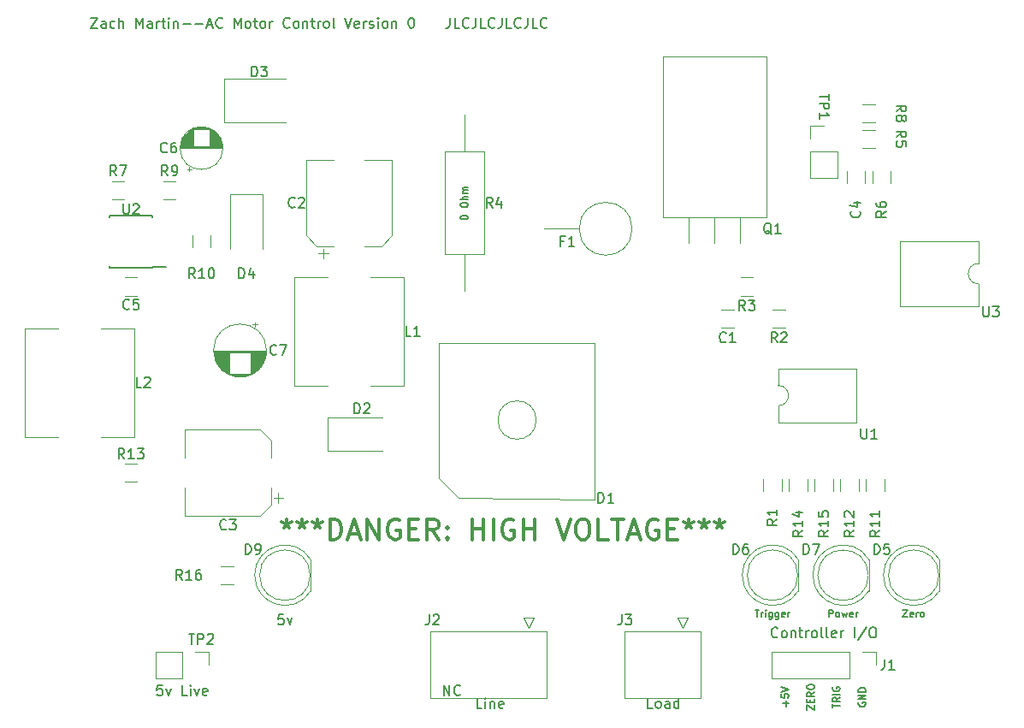
<source format=gbr>
%TF.GenerationSoftware,KiCad,Pcbnew,(5.1.6)-1*%
%TF.CreationDate,2020-07-27T14:36:12-04:00*%
%TF.ProjectId,CARIceCreamControl,43415249-6365-4437-9265-616d436f6e74,rev?*%
%TF.SameCoordinates,Original*%
%TF.FileFunction,Legend,Top*%
%TF.FilePolarity,Positive*%
%FSLAX46Y46*%
G04 Gerber Fmt 4.6, Leading zero omitted, Abs format (unit mm)*
G04 Created by KiCad (PCBNEW (5.1.6)-1) date 2020-07-27 14:36:12*
%MOMM*%
%LPD*%
G01*
G04 APERTURE LIST*
%ADD10C,0.300000*%
%ADD11C,0.150000*%
%ADD12C,0.175000*%
%ADD13C,0.120000*%
G04 APERTURE END LIST*
D10*
X124621428Y-107489761D02*
X124621428Y-107965952D01*
X124145238Y-107775476D02*
X124621428Y-107965952D01*
X125097619Y-107775476D01*
X124335714Y-108346904D02*
X124621428Y-107965952D01*
X124907142Y-108346904D01*
X126145238Y-107489761D02*
X126145238Y-107965952D01*
X125669047Y-107775476D02*
X126145238Y-107965952D01*
X126621428Y-107775476D01*
X125859523Y-108346904D02*
X126145238Y-107965952D01*
X126430952Y-108346904D01*
X127669047Y-107489761D02*
X127669047Y-107965952D01*
X127192857Y-107775476D02*
X127669047Y-107965952D01*
X128145238Y-107775476D01*
X127383333Y-108346904D02*
X127669047Y-107965952D01*
X127954761Y-108346904D01*
X128907142Y-109489761D02*
X128907142Y-107489761D01*
X129383333Y-107489761D01*
X129669047Y-107585000D01*
X129859523Y-107775476D01*
X129954761Y-107965952D01*
X130050000Y-108346904D01*
X130050000Y-108632619D01*
X129954761Y-109013571D01*
X129859523Y-109204047D01*
X129669047Y-109394523D01*
X129383333Y-109489761D01*
X128907142Y-109489761D01*
X130811904Y-108918333D02*
X131764285Y-108918333D01*
X130621428Y-109489761D02*
X131288095Y-107489761D01*
X131954761Y-109489761D01*
X132621428Y-109489761D02*
X132621428Y-107489761D01*
X133764285Y-109489761D01*
X133764285Y-107489761D01*
X135764285Y-107585000D02*
X135573809Y-107489761D01*
X135288095Y-107489761D01*
X135002380Y-107585000D01*
X134811904Y-107775476D01*
X134716666Y-107965952D01*
X134621428Y-108346904D01*
X134621428Y-108632619D01*
X134716666Y-109013571D01*
X134811904Y-109204047D01*
X135002380Y-109394523D01*
X135288095Y-109489761D01*
X135478571Y-109489761D01*
X135764285Y-109394523D01*
X135859523Y-109299285D01*
X135859523Y-108632619D01*
X135478571Y-108632619D01*
X136716666Y-108442142D02*
X137383333Y-108442142D01*
X137669047Y-109489761D02*
X136716666Y-109489761D01*
X136716666Y-107489761D01*
X137669047Y-107489761D01*
X139669047Y-109489761D02*
X139002380Y-108537380D01*
X138526190Y-109489761D02*
X138526190Y-107489761D01*
X139288095Y-107489761D01*
X139478571Y-107585000D01*
X139573809Y-107680238D01*
X139669047Y-107870714D01*
X139669047Y-108156428D01*
X139573809Y-108346904D01*
X139478571Y-108442142D01*
X139288095Y-108537380D01*
X138526190Y-108537380D01*
X140526190Y-109299285D02*
X140621428Y-109394523D01*
X140526190Y-109489761D01*
X140430952Y-109394523D01*
X140526190Y-109299285D01*
X140526190Y-109489761D01*
X140526190Y-108251666D02*
X140621428Y-108346904D01*
X140526190Y-108442142D01*
X140430952Y-108346904D01*
X140526190Y-108251666D01*
X140526190Y-108442142D01*
X143002380Y-109489761D02*
X143002380Y-107489761D01*
X143002380Y-108442142D02*
X144145238Y-108442142D01*
X144145238Y-109489761D02*
X144145238Y-107489761D01*
X145097619Y-109489761D02*
X145097619Y-107489761D01*
X147097619Y-107585000D02*
X146907142Y-107489761D01*
X146621428Y-107489761D01*
X146335714Y-107585000D01*
X146145238Y-107775476D01*
X146050000Y-107965952D01*
X145954761Y-108346904D01*
X145954761Y-108632619D01*
X146050000Y-109013571D01*
X146145238Y-109204047D01*
X146335714Y-109394523D01*
X146621428Y-109489761D01*
X146811904Y-109489761D01*
X147097619Y-109394523D01*
X147192857Y-109299285D01*
X147192857Y-108632619D01*
X146811904Y-108632619D01*
X148050000Y-109489761D02*
X148050000Y-107489761D01*
X148050000Y-108442142D02*
X149192857Y-108442142D01*
X149192857Y-109489761D02*
X149192857Y-107489761D01*
X151383333Y-107489761D02*
X152050000Y-109489761D01*
X152716666Y-107489761D01*
X153764285Y-107489761D02*
X154145238Y-107489761D01*
X154335714Y-107585000D01*
X154526190Y-107775476D01*
X154621428Y-108156428D01*
X154621428Y-108823095D01*
X154526190Y-109204047D01*
X154335714Y-109394523D01*
X154145238Y-109489761D01*
X153764285Y-109489761D01*
X153573809Y-109394523D01*
X153383333Y-109204047D01*
X153288095Y-108823095D01*
X153288095Y-108156428D01*
X153383333Y-107775476D01*
X153573809Y-107585000D01*
X153764285Y-107489761D01*
X156430952Y-109489761D02*
X155478571Y-109489761D01*
X155478571Y-107489761D01*
X156811904Y-107489761D02*
X157954761Y-107489761D01*
X157383333Y-109489761D02*
X157383333Y-107489761D01*
X158526190Y-108918333D02*
X159478571Y-108918333D01*
X158335714Y-109489761D02*
X159002380Y-107489761D01*
X159669047Y-109489761D01*
X161383333Y-107585000D02*
X161192857Y-107489761D01*
X160907142Y-107489761D01*
X160621428Y-107585000D01*
X160430952Y-107775476D01*
X160335714Y-107965952D01*
X160240476Y-108346904D01*
X160240476Y-108632619D01*
X160335714Y-109013571D01*
X160430952Y-109204047D01*
X160621428Y-109394523D01*
X160907142Y-109489761D01*
X161097619Y-109489761D01*
X161383333Y-109394523D01*
X161478571Y-109299285D01*
X161478571Y-108632619D01*
X161097619Y-108632619D01*
X162335714Y-108442142D02*
X163002380Y-108442142D01*
X163288095Y-109489761D02*
X162335714Y-109489761D01*
X162335714Y-107489761D01*
X163288095Y-107489761D01*
X164430952Y-107489761D02*
X164430952Y-107965952D01*
X163954761Y-107775476D02*
X164430952Y-107965952D01*
X164907142Y-107775476D01*
X164145238Y-108346904D02*
X164430952Y-107965952D01*
X164716666Y-108346904D01*
X165954761Y-107489761D02*
X165954761Y-107965952D01*
X165478571Y-107775476D02*
X165954761Y-107965952D01*
X166430952Y-107775476D01*
X165669047Y-108346904D02*
X165954761Y-107965952D01*
X166240476Y-108346904D01*
X167478571Y-107489761D02*
X167478571Y-107965952D01*
X167002380Y-107775476D02*
X167478571Y-107965952D01*
X167954761Y-107775476D01*
X167192857Y-108346904D02*
X167478571Y-107965952D01*
X167764285Y-108346904D01*
D11*
X140795952Y-57872380D02*
X140795952Y-58586666D01*
X140748333Y-58729523D01*
X140653095Y-58824761D01*
X140510238Y-58872380D01*
X140415000Y-58872380D01*
X141748333Y-58872380D02*
X141272142Y-58872380D01*
X141272142Y-57872380D01*
X142653095Y-58777142D02*
X142605476Y-58824761D01*
X142462619Y-58872380D01*
X142367380Y-58872380D01*
X142224523Y-58824761D01*
X142129285Y-58729523D01*
X142081666Y-58634285D01*
X142034047Y-58443809D01*
X142034047Y-58300952D01*
X142081666Y-58110476D01*
X142129285Y-58015238D01*
X142224523Y-57920000D01*
X142367380Y-57872380D01*
X142462619Y-57872380D01*
X142605476Y-57920000D01*
X142653095Y-57967619D01*
X143367380Y-57872380D02*
X143367380Y-58586666D01*
X143319761Y-58729523D01*
X143224523Y-58824761D01*
X143081666Y-58872380D01*
X142986428Y-58872380D01*
X144319761Y-58872380D02*
X143843571Y-58872380D01*
X143843571Y-57872380D01*
X145224523Y-58777142D02*
X145176904Y-58824761D01*
X145034047Y-58872380D01*
X144938809Y-58872380D01*
X144795952Y-58824761D01*
X144700714Y-58729523D01*
X144653095Y-58634285D01*
X144605476Y-58443809D01*
X144605476Y-58300952D01*
X144653095Y-58110476D01*
X144700714Y-58015238D01*
X144795952Y-57920000D01*
X144938809Y-57872380D01*
X145034047Y-57872380D01*
X145176904Y-57920000D01*
X145224523Y-57967619D01*
X145938809Y-57872380D02*
X145938809Y-58586666D01*
X145891190Y-58729523D01*
X145795952Y-58824761D01*
X145653095Y-58872380D01*
X145557857Y-58872380D01*
X146891190Y-58872380D02*
X146415000Y-58872380D01*
X146415000Y-57872380D01*
X147795952Y-58777142D02*
X147748333Y-58824761D01*
X147605476Y-58872380D01*
X147510238Y-58872380D01*
X147367380Y-58824761D01*
X147272142Y-58729523D01*
X147224523Y-58634285D01*
X147176904Y-58443809D01*
X147176904Y-58300952D01*
X147224523Y-58110476D01*
X147272142Y-58015238D01*
X147367380Y-57920000D01*
X147510238Y-57872380D01*
X147605476Y-57872380D01*
X147748333Y-57920000D01*
X147795952Y-57967619D01*
X148510238Y-57872380D02*
X148510238Y-58586666D01*
X148462619Y-58729523D01*
X148367380Y-58824761D01*
X148224523Y-58872380D01*
X148129285Y-58872380D01*
X149462619Y-58872380D02*
X148986428Y-58872380D01*
X148986428Y-57872380D01*
X150367380Y-58777142D02*
X150319761Y-58824761D01*
X150176904Y-58872380D01*
X150081666Y-58872380D01*
X149938809Y-58824761D01*
X149843571Y-58729523D01*
X149795952Y-58634285D01*
X149748333Y-58443809D01*
X149748333Y-58300952D01*
X149795952Y-58110476D01*
X149843571Y-58015238D01*
X149938809Y-57920000D01*
X150081666Y-57872380D01*
X150176904Y-57872380D01*
X150319761Y-57920000D01*
X150367380Y-57967619D01*
X112323809Y-123912380D02*
X111847619Y-123912380D01*
X111800000Y-124388571D01*
X111847619Y-124340952D01*
X111942857Y-124293333D01*
X112180952Y-124293333D01*
X112276190Y-124340952D01*
X112323809Y-124388571D01*
X112371428Y-124483809D01*
X112371428Y-124721904D01*
X112323809Y-124817142D01*
X112276190Y-124864761D01*
X112180952Y-124912380D01*
X111942857Y-124912380D01*
X111847619Y-124864761D01*
X111800000Y-124817142D01*
X112704761Y-124245714D02*
X112942857Y-124912380D01*
X113180952Y-124245714D01*
X114800000Y-124912380D02*
X114323809Y-124912380D01*
X114323809Y-123912380D01*
X115133333Y-124912380D02*
X115133333Y-124245714D01*
X115133333Y-123912380D02*
X115085714Y-123960000D01*
X115133333Y-124007619D01*
X115180952Y-123960000D01*
X115133333Y-123912380D01*
X115133333Y-124007619D01*
X115514285Y-124245714D02*
X115752380Y-124912380D01*
X115990476Y-124245714D01*
X116752380Y-124864761D02*
X116657142Y-124912380D01*
X116466666Y-124912380D01*
X116371428Y-124864761D01*
X116323809Y-124769523D01*
X116323809Y-124388571D01*
X116371428Y-124293333D01*
X116466666Y-124245714D01*
X116657142Y-124245714D01*
X116752380Y-124293333D01*
X116800000Y-124388571D01*
X116800000Y-124483809D01*
X116323809Y-124579047D01*
D12*
X141856666Y-77650000D02*
X141856666Y-77583333D01*
X141890000Y-77516666D01*
X141923333Y-77483333D01*
X141990000Y-77450000D01*
X142123333Y-77416666D01*
X142290000Y-77416666D01*
X142423333Y-77450000D01*
X142490000Y-77483333D01*
X142523333Y-77516666D01*
X142556666Y-77583333D01*
X142556666Y-77650000D01*
X142523333Y-77716666D01*
X142490000Y-77750000D01*
X142423333Y-77783333D01*
X142290000Y-77816666D01*
X142123333Y-77816666D01*
X141990000Y-77783333D01*
X141923333Y-77750000D01*
X141890000Y-77716666D01*
X141856666Y-77650000D01*
X141856666Y-76450000D02*
X141856666Y-76316666D01*
X141890000Y-76250000D01*
X141956666Y-76183333D01*
X142090000Y-76150000D01*
X142323333Y-76150000D01*
X142456666Y-76183333D01*
X142523333Y-76250000D01*
X142556666Y-76316666D01*
X142556666Y-76450000D01*
X142523333Y-76516666D01*
X142456666Y-76583333D01*
X142323333Y-76616666D01*
X142090000Y-76616666D01*
X141956666Y-76583333D01*
X141890000Y-76516666D01*
X141856666Y-76450000D01*
X142556666Y-75850000D02*
X141856666Y-75850000D01*
X142556666Y-75550000D02*
X142190000Y-75550000D01*
X142123333Y-75583333D01*
X142090000Y-75650000D01*
X142090000Y-75750000D01*
X142123333Y-75816666D01*
X142156666Y-75850000D01*
X142556666Y-75216666D02*
X142090000Y-75216666D01*
X142156666Y-75216666D02*
X142123333Y-75183333D01*
X142090000Y-75116666D01*
X142090000Y-75016666D01*
X142123333Y-74950000D01*
X142190000Y-74916666D01*
X142556666Y-74916666D01*
X142190000Y-74916666D02*
X142123333Y-74883333D01*
X142090000Y-74816666D01*
X142090000Y-74716666D01*
X142123333Y-74650000D01*
X142190000Y-74616666D01*
X142556666Y-74616666D01*
D11*
X173228571Y-119102142D02*
X173180952Y-119149761D01*
X173038095Y-119197380D01*
X172942857Y-119197380D01*
X172800000Y-119149761D01*
X172704761Y-119054523D01*
X172657142Y-118959285D01*
X172609523Y-118768809D01*
X172609523Y-118625952D01*
X172657142Y-118435476D01*
X172704761Y-118340238D01*
X172800000Y-118245000D01*
X172942857Y-118197380D01*
X173038095Y-118197380D01*
X173180952Y-118245000D01*
X173228571Y-118292619D01*
X173800000Y-119197380D02*
X173704761Y-119149761D01*
X173657142Y-119102142D01*
X173609523Y-119006904D01*
X173609523Y-118721190D01*
X173657142Y-118625952D01*
X173704761Y-118578333D01*
X173800000Y-118530714D01*
X173942857Y-118530714D01*
X174038095Y-118578333D01*
X174085714Y-118625952D01*
X174133333Y-118721190D01*
X174133333Y-119006904D01*
X174085714Y-119102142D01*
X174038095Y-119149761D01*
X173942857Y-119197380D01*
X173800000Y-119197380D01*
X174561904Y-118530714D02*
X174561904Y-119197380D01*
X174561904Y-118625952D02*
X174609523Y-118578333D01*
X174704761Y-118530714D01*
X174847619Y-118530714D01*
X174942857Y-118578333D01*
X174990476Y-118673571D01*
X174990476Y-119197380D01*
X175323809Y-118530714D02*
X175704761Y-118530714D01*
X175466666Y-118197380D02*
X175466666Y-119054523D01*
X175514285Y-119149761D01*
X175609523Y-119197380D01*
X175704761Y-119197380D01*
X176038095Y-119197380D02*
X176038095Y-118530714D01*
X176038095Y-118721190D02*
X176085714Y-118625952D01*
X176133333Y-118578333D01*
X176228571Y-118530714D01*
X176323809Y-118530714D01*
X176800000Y-119197380D02*
X176704761Y-119149761D01*
X176657142Y-119102142D01*
X176609523Y-119006904D01*
X176609523Y-118721190D01*
X176657142Y-118625952D01*
X176704761Y-118578333D01*
X176800000Y-118530714D01*
X176942857Y-118530714D01*
X177038095Y-118578333D01*
X177085714Y-118625952D01*
X177133333Y-118721190D01*
X177133333Y-119006904D01*
X177085714Y-119102142D01*
X177038095Y-119149761D01*
X176942857Y-119197380D01*
X176800000Y-119197380D01*
X177704761Y-119197380D02*
X177609523Y-119149761D01*
X177561904Y-119054523D01*
X177561904Y-118197380D01*
X178228571Y-119197380D02*
X178133333Y-119149761D01*
X178085714Y-119054523D01*
X178085714Y-118197380D01*
X178990476Y-119149761D02*
X178895238Y-119197380D01*
X178704761Y-119197380D01*
X178609523Y-119149761D01*
X178561904Y-119054523D01*
X178561904Y-118673571D01*
X178609523Y-118578333D01*
X178704761Y-118530714D01*
X178895238Y-118530714D01*
X178990476Y-118578333D01*
X179038095Y-118673571D01*
X179038095Y-118768809D01*
X178561904Y-118864047D01*
X179466666Y-119197380D02*
X179466666Y-118530714D01*
X179466666Y-118721190D02*
X179514285Y-118625952D01*
X179561904Y-118578333D01*
X179657142Y-118530714D01*
X179752380Y-118530714D01*
X180847619Y-119197380D02*
X180847619Y-118197380D01*
X182038095Y-118149761D02*
X181180952Y-119435476D01*
X182561904Y-118197380D02*
X182752380Y-118197380D01*
X182847619Y-118245000D01*
X182942857Y-118340238D01*
X182990476Y-118530714D01*
X182990476Y-118864047D01*
X182942857Y-119054523D01*
X182847619Y-119149761D01*
X182752380Y-119197380D01*
X182561904Y-119197380D01*
X182466666Y-119149761D01*
X182371428Y-119054523D01*
X182323809Y-118864047D01*
X182323809Y-118530714D01*
X182371428Y-118340238D01*
X182466666Y-118245000D01*
X182561904Y-118197380D01*
X140184285Y-124912380D02*
X140184285Y-123912380D01*
X140755714Y-124912380D01*
X140755714Y-123912380D01*
X141803333Y-124817142D02*
X141755714Y-124864761D01*
X141612857Y-124912380D01*
X141517619Y-124912380D01*
X141374761Y-124864761D01*
X141279523Y-124769523D01*
X141231904Y-124674285D01*
X141184285Y-124483809D01*
X141184285Y-124340952D01*
X141231904Y-124150476D01*
X141279523Y-124055238D01*
X141374761Y-123960000D01*
X141517619Y-123912380D01*
X141612857Y-123912380D01*
X141755714Y-123960000D01*
X141803333Y-124007619D01*
X143970476Y-126182380D02*
X143494285Y-126182380D01*
X143494285Y-125182380D01*
X144303809Y-126182380D02*
X144303809Y-125515714D01*
X144303809Y-125182380D02*
X144256190Y-125230000D01*
X144303809Y-125277619D01*
X144351428Y-125230000D01*
X144303809Y-125182380D01*
X144303809Y-125277619D01*
X144780000Y-125515714D02*
X144780000Y-126182380D01*
X144780000Y-125610952D02*
X144827619Y-125563333D01*
X144922857Y-125515714D01*
X145065714Y-125515714D01*
X145160952Y-125563333D01*
X145208571Y-125658571D01*
X145208571Y-126182380D01*
X146065714Y-126134761D02*
X145970476Y-126182380D01*
X145780000Y-126182380D01*
X145684761Y-126134761D01*
X145637142Y-126039523D01*
X145637142Y-125658571D01*
X145684761Y-125563333D01*
X145780000Y-125515714D01*
X145970476Y-125515714D01*
X146065714Y-125563333D01*
X146113333Y-125658571D01*
X146113333Y-125753809D01*
X145637142Y-125849047D01*
X160877380Y-126182380D02*
X160401190Y-126182380D01*
X160401190Y-125182380D01*
X161353571Y-126182380D02*
X161258333Y-126134761D01*
X161210714Y-126087142D01*
X161163095Y-125991904D01*
X161163095Y-125706190D01*
X161210714Y-125610952D01*
X161258333Y-125563333D01*
X161353571Y-125515714D01*
X161496428Y-125515714D01*
X161591666Y-125563333D01*
X161639285Y-125610952D01*
X161686904Y-125706190D01*
X161686904Y-125991904D01*
X161639285Y-126087142D01*
X161591666Y-126134761D01*
X161496428Y-126182380D01*
X161353571Y-126182380D01*
X162544047Y-126182380D02*
X162544047Y-125658571D01*
X162496428Y-125563333D01*
X162401190Y-125515714D01*
X162210714Y-125515714D01*
X162115476Y-125563333D01*
X162544047Y-126134761D02*
X162448809Y-126182380D01*
X162210714Y-126182380D01*
X162115476Y-126134761D01*
X162067857Y-126039523D01*
X162067857Y-125944285D01*
X162115476Y-125849047D01*
X162210714Y-125801428D01*
X162448809Y-125801428D01*
X162544047Y-125753809D01*
X163448809Y-126182380D02*
X163448809Y-125182380D01*
X163448809Y-126134761D02*
X163353571Y-126182380D01*
X163163095Y-126182380D01*
X163067857Y-126134761D01*
X163020238Y-126087142D01*
X162972619Y-125991904D01*
X162972619Y-125706190D01*
X163020238Y-125610952D01*
X163067857Y-125563333D01*
X163163095Y-125515714D01*
X163353571Y-125515714D01*
X163448809Y-125563333D01*
X124317142Y-116927380D02*
X123840952Y-116927380D01*
X123793333Y-117403571D01*
X123840952Y-117355952D01*
X123936190Y-117308333D01*
X124174285Y-117308333D01*
X124269523Y-117355952D01*
X124317142Y-117403571D01*
X124364761Y-117498809D01*
X124364761Y-117736904D01*
X124317142Y-117832142D01*
X124269523Y-117879761D01*
X124174285Y-117927380D01*
X123936190Y-117927380D01*
X123840952Y-117879761D01*
X123793333Y-117832142D01*
X124698095Y-117260714D02*
X124936190Y-117927380D01*
X125174285Y-117260714D01*
X170986666Y-116456666D02*
X171386666Y-116456666D01*
X171186666Y-117156666D02*
X171186666Y-116456666D01*
X171620000Y-117156666D02*
X171620000Y-116690000D01*
X171620000Y-116823333D02*
X171653333Y-116756666D01*
X171686666Y-116723333D01*
X171753333Y-116690000D01*
X171820000Y-116690000D01*
X172053333Y-117156666D02*
X172053333Y-116690000D01*
X172053333Y-116456666D02*
X172020000Y-116490000D01*
X172053333Y-116523333D01*
X172086666Y-116490000D01*
X172053333Y-116456666D01*
X172053333Y-116523333D01*
X172686666Y-116690000D02*
X172686666Y-117256666D01*
X172653333Y-117323333D01*
X172620000Y-117356666D01*
X172553333Y-117390000D01*
X172453333Y-117390000D01*
X172386666Y-117356666D01*
X172686666Y-117123333D02*
X172620000Y-117156666D01*
X172486666Y-117156666D01*
X172420000Y-117123333D01*
X172386666Y-117090000D01*
X172353333Y-117023333D01*
X172353333Y-116823333D01*
X172386666Y-116756666D01*
X172420000Y-116723333D01*
X172486666Y-116690000D01*
X172620000Y-116690000D01*
X172686666Y-116723333D01*
X173320000Y-116690000D02*
X173320000Y-117256666D01*
X173286666Y-117323333D01*
X173253333Y-117356666D01*
X173186666Y-117390000D01*
X173086666Y-117390000D01*
X173020000Y-117356666D01*
X173320000Y-117123333D02*
X173253333Y-117156666D01*
X173120000Y-117156666D01*
X173053333Y-117123333D01*
X173020000Y-117090000D01*
X172986666Y-117023333D01*
X172986666Y-116823333D01*
X173020000Y-116756666D01*
X173053333Y-116723333D01*
X173120000Y-116690000D01*
X173253333Y-116690000D01*
X173320000Y-116723333D01*
X173920000Y-117123333D02*
X173853333Y-117156666D01*
X173720000Y-117156666D01*
X173653333Y-117123333D01*
X173620000Y-117056666D01*
X173620000Y-116790000D01*
X173653333Y-116723333D01*
X173720000Y-116690000D01*
X173853333Y-116690000D01*
X173920000Y-116723333D01*
X173953333Y-116790000D01*
X173953333Y-116856666D01*
X173620000Y-116923333D01*
X174253333Y-117156666D02*
X174253333Y-116690000D01*
X174253333Y-116823333D02*
X174286666Y-116756666D01*
X174320000Y-116723333D01*
X174386666Y-116690000D01*
X174453333Y-116690000D01*
X178321666Y-117156666D02*
X178321666Y-116456666D01*
X178588333Y-116456666D01*
X178655000Y-116490000D01*
X178688333Y-116523333D01*
X178721666Y-116590000D01*
X178721666Y-116690000D01*
X178688333Y-116756666D01*
X178655000Y-116790000D01*
X178588333Y-116823333D01*
X178321666Y-116823333D01*
X179121666Y-117156666D02*
X179055000Y-117123333D01*
X179021666Y-117090000D01*
X178988333Y-117023333D01*
X178988333Y-116823333D01*
X179021666Y-116756666D01*
X179055000Y-116723333D01*
X179121666Y-116690000D01*
X179221666Y-116690000D01*
X179288333Y-116723333D01*
X179321666Y-116756666D01*
X179355000Y-116823333D01*
X179355000Y-117023333D01*
X179321666Y-117090000D01*
X179288333Y-117123333D01*
X179221666Y-117156666D01*
X179121666Y-117156666D01*
X179588333Y-116690000D02*
X179721666Y-117156666D01*
X179855000Y-116823333D01*
X179988333Y-117156666D01*
X180121666Y-116690000D01*
X180655000Y-117123333D02*
X180588333Y-117156666D01*
X180455000Y-117156666D01*
X180388333Y-117123333D01*
X180355000Y-117056666D01*
X180355000Y-116790000D01*
X180388333Y-116723333D01*
X180455000Y-116690000D01*
X180588333Y-116690000D01*
X180655000Y-116723333D01*
X180688333Y-116790000D01*
X180688333Y-116856666D01*
X180355000Y-116923333D01*
X180988333Y-117156666D02*
X180988333Y-116690000D01*
X180988333Y-116823333D02*
X181021666Y-116756666D01*
X181055000Y-116723333D01*
X181121666Y-116690000D01*
X181188333Y-116690000D01*
X185623333Y-116456666D02*
X186090000Y-116456666D01*
X185623333Y-117156666D01*
X186090000Y-117156666D01*
X186623333Y-117123333D02*
X186556666Y-117156666D01*
X186423333Y-117156666D01*
X186356666Y-117123333D01*
X186323333Y-117056666D01*
X186323333Y-116790000D01*
X186356666Y-116723333D01*
X186423333Y-116690000D01*
X186556666Y-116690000D01*
X186623333Y-116723333D01*
X186656666Y-116790000D01*
X186656666Y-116856666D01*
X186323333Y-116923333D01*
X186956666Y-117156666D02*
X186956666Y-116690000D01*
X186956666Y-116823333D02*
X186990000Y-116756666D01*
X187023333Y-116723333D01*
X187090000Y-116690000D01*
X187156666Y-116690000D01*
X187490000Y-117156666D02*
X187423333Y-117123333D01*
X187390000Y-117090000D01*
X187356666Y-117023333D01*
X187356666Y-116823333D01*
X187390000Y-116756666D01*
X187423333Y-116723333D01*
X187490000Y-116690000D01*
X187590000Y-116690000D01*
X187656666Y-116723333D01*
X187690000Y-116756666D01*
X187723333Y-116823333D01*
X187723333Y-117023333D01*
X187690000Y-117090000D01*
X187656666Y-117123333D01*
X187590000Y-117156666D01*
X187490000Y-117156666D01*
X174040000Y-125995000D02*
X174040000Y-125461666D01*
X174306666Y-125728333D02*
X173773333Y-125728333D01*
X173606666Y-124795000D02*
X173606666Y-125128333D01*
X173940000Y-125161666D01*
X173906666Y-125128333D01*
X173873333Y-125061666D01*
X173873333Y-124895000D01*
X173906666Y-124828333D01*
X173940000Y-124795000D01*
X174006666Y-124761666D01*
X174173333Y-124761666D01*
X174240000Y-124795000D01*
X174273333Y-124828333D01*
X174306666Y-124895000D01*
X174306666Y-125061666D01*
X174273333Y-125128333D01*
X174240000Y-125161666D01*
X173606666Y-124561666D02*
X174306666Y-124328333D01*
X173606666Y-124095000D01*
X176146666Y-126361666D02*
X176146666Y-125895000D01*
X176846666Y-126361666D01*
X176846666Y-125895000D01*
X176480000Y-125628333D02*
X176480000Y-125395000D01*
X176846666Y-125295000D02*
X176846666Y-125628333D01*
X176146666Y-125628333D01*
X176146666Y-125295000D01*
X176846666Y-124595000D02*
X176513333Y-124828333D01*
X176846666Y-124995000D02*
X176146666Y-124995000D01*
X176146666Y-124728333D01*
X176180000Y-124661666D01*
X176213333Y-124628333D01*
X176280000Y-124595000D01*
X176380000Y-124595000D01*
X176446666Y-124628333D01*
X176480000Y-124661666D01*
X176513333Y-124728333D01*
X176513333Y-124995000D01*
X176146666Y-124161666D02*
X176146666Y-124028333D01*
X176180000Y-123961666D01*
X176246666Y-123895000D01*
X176380000Y-123861666D01*
X176613333Y-123861666D01*
X176746666Y-123895000D01*
X176813333Y-123961666D01*
X176846666Y-124028333D01*
X176846666Y-124161666D01*
X176813333Y-124228333D01*
X176746666Y-124295000D01*
X176613333Y-124328333D01*
X176380000Y-124328333D01*
X176246666Y-124295000D01*
X176180000Y-124228333D01*
X176146666Y-124161666D01*
X178686666Y-126161666D02*
X178686666Y-125761666D01*
X179386666Y-125961666D02*
X178686666Y-125961666D01*
X179386666Y-125128333D02*
X179053333Y-125361666D01*
X179386666Y-125528333D02*
X178686666Y-125528333D01*
X178686666Y-125261666D01*
X178720000Y-125195000D01*
X178753333Y-125161666D01*
X178820000Y-125128333D01*
X178920000Y-125128333D01*
X178986666Y-125161666D01*
X179020000Y-125195000D01*
X179053333Y-125261666D01*
X179053333Y-125528333D01*
X179386666Y-124828333D02*
X178686666Y-124828333D01*
X178720000Y-124128333D02*
X178686666Y-124195000D01*
X178686666Y-124295000D01*
X178720000Y-124395000D01*
X178786666Y-124461666D01*
X178853333Y-124495000D01*
X178986666Y-124528333D01*
X179086666Y-124528333D01*
X179220000Y-124495000D01*
X179286666Y-124461666D01*
X179353333Y-124395000D01*
X179386666Y-124295000D01*
X179386666Y-124228333D01*
X179353333Y-124128333D01*
X179320000Y-124095000D01*
X179086666Y-124095000D01*
X179086666Y-124228333D01*
X181260000Y-125628333D02*
X181226666Y-125695000D01*
X181226666Y-125795000D01*
X181260000Y-125895000D01*
X181326666Y-125961666D01*
X181393333Y-125995000D01*
X181526666Y-126028333D01*
X181626666Y-126028333D01*
X181760000Y-125995000D01*
X181826666Y-125961666D01*
X181893333Y-125895000D01*
X181926666Y-125795000D01*
X181926666Y-125728333D01*
X181893333Y-125628333D01*
X181860000Y-125595000D01*
X181626666Y-125595000D01*
X181626666Y-125728333D01*
X181926666Y-125295000D02*
X181226666Y-125295000D01*
X181926666Y-124895000D01*
X181226666Y-124895000D01*
X181926666Y-124561666D02*
X181226666Y-124561666D01*
X181226666Y-124395000D01*
X181260000Y-124295000D01*
X181326666Y-124228333D01*
X181393333Y-124195000D01*
X181526666Y-124161666D01*
X181626666Y-124161666D01*
X181760000Y-124195000D01*
X181826666Y-124228333D01*
X181893333Y-124295000D01*
X181926666Y-124395000D01*
X181926666Y-124561666D01*
X105261190Y-57872380D02*
X105927857Y-57872380D01*
X105261190Y-58872380D01*
X105927857Y-58872380D01*
X106737380Y-58872380D02*
X106737380Y-58348571D01*
X106689761Y-58253333D01*
X106594523Y-58205714D01*
X106404047Y-58205714D01*
X106308809Y-58253333D01*
X106737380Y-58824761D02*
X106642142Y-58872380D01*
X106404047Y-58872380D01*
X106308809Y-58824761D01*
X106261190Y-58729523D01*
X106261190Y-58634285D01*
X106308809Y-58539047D01*
X106404047Y-58491428D01*
X106642142Y-58491428D01*
X106737380Y-58443809D01*
X107642142Y-58824761D02*
X107546904Y-58872380D01*
X107356428Y-58872380D01*
X107261190Y-58824761D01*
X107213571Y-58777142D01*
X107165952Y-58681904D01*
X107165952Y-58396190D01*
X107213571Y-58300952D01*
X107261190Y-58253333D01*
X107356428Y-58205714D01*
X107546904Y-58205714D01*
X107642142Y-58253333D01*
X108070714Y-58872380D02*
X108070714Y-57872380D01*
X108499285Y-58872380D02*
X108499285Y-58348571D01*
X108451666Y-58253333D01*
X108356428Y-58205714D01*
X108213571Y-58205714D01*
X108118333Y-58253333D01*
X108070714Y-58300952D01*
X109737380Y-58872380D02*
X109737380Y-57872380D01*
X110070714Y-58586666D01*
X110404047Y-57872380D01*
X110404047Y-58872380D01*
X111308809Y-58872380D02*
X111308809Y-58348571D01*
X111261190Y-58253333D01*
X111165952Y-58205714D01*
X110975476Y-58205714D01*
X110880238Y-58253333D01*
X111308809Y-58824761D02*
X111213571Y-58872380D01*
X110975476Y-58872380D01*
X110880238Y-58824761D01*
X110832619Y-58729523D01*
X110832619Y-58634285D01*
X110880238Y-58539047D01*
X110975476Y-58491428D01*
X111213571Y-58491428D01*
X111308809Y-58443809D01*
X111785000Y-58872380D02*
X111785000Y-58205714D01*
X111785000Y-58396190D02*
X111832619Y-58300952D01*
X111880238Y-58253333D01*
X111975476Y-58205714D01*
X112070714Y-58205714D01*
X112261190Y-58205714D02*
X112642142Y-58205714D01*
X112404047Y-57872380D02*
X112404047Y-58729523D01*
X112451666Y-58824761D01*
X112546904Y-58872380D01*
X112642142Y-58872380D01*
X112975476Y-58872380D02*
X112975476Y-58205714D01*
X112975476Y-57872380D02*
X112927857Y-57920000D01*
X112975476Y-57967619D01*
X113023095Y-57920000D01*
X112975476Y-57872380D01*
X112975476Y-57967619D01*
X113451666Y-58205714D02*
X113451666Y-58872380D01*
X113451666Y-58300952D02*
X113499285Y-58253333D01*
X113594523Y-58205714D01*
X113737380Y-58205714D01*
X113832619Y-58253333D01*
X113880238Y-58348571D01*
X113880238Y-58872380D01*
X114356428Y-58491428D02*
X115118333Y-58491428D01*
X115594523Y-58491428D02*
X116356428Y-58491428D01*
X116785000Y-58586666D02*
X117261190Y-58586666D01*
X116689761Y-58872380D02*
X117023095Y-57872380D01*
X117356428Y-58872380D01*
X118261190Y-58777142D02*
X118213571Y-58824761D01*
X118070714Y-58872380D01*
X117975476Y-58872380D01*
X117832619Y-58824761D01*
X117737380Y-58729523D01*
X117689761Y-58634285D01*
X117642142Y-58443809D01*
X117642142Y-58300952D01*
X117689761Y-58110476D01*
X117737380Y-58015238D01*
X117832619Y-57920000D01*
X117975476Y-57872380D01*
X118070714Y-57872380D01*
X118213571Y-57920000D01*
X118261190Y-57967619D01*
X119451666Y-58872380D02*
X119451666Y-57872380D01*
X119785000Y-58586666D01*
X120118333Y-57872380D01*
X120118333Y-58872380D01*
X120737380Y-58872380D02*
X120642142Y-58824761D01*
X120594523Y-58777142D01*
X120546904Y-58681904D01*
X120546904Y-58396190D01*
X120594523Y-58300952D01*
X120642142Y-58253333D01*
X120737380Y-58205714D01*
X120880238Y-58205714D01*
X120975476Y-58253333D01*
X121023095Y-58300952D01*
X121070714Y-58396190D01*
X121070714Y-58681904D01*
X121023095Y-58777142D01*
X120975476Y-58824761D01*
X120880238Y-58872380D01*
X120737380Y-58872380D01*
X121356428Y-58205714D02*
X121737380Y-58205714D01*
X121499285Y-57872380D02*
X121499285Y-58729523D01*
X121546904Y-58824761D01*
X121642142Y-58872380D01*
X121737380Y-58872380D01*
X122213571Y-58872380D02*
X122118333Y-58824761D01*
X122070714Y-58777142D01*
X122023095Y-58681904D01*
X122023095Y-58396190D01*
X122070714Y-58300952D01*
X122118333Y-58253333D01*
X122213571Y-58205714D01*
X122356428Y-58205714D01*
X122451666Y-58253333D01*
X122499285Y-58300952D01*
X122546904Y-58396190D01*
X122546904Y-58681904D01*
X122499285Y-58777142D01*
X122451666Y-58824761D01*
X122356428Y-58872380D01*
X122213571Y-58872380D01*
X122975476Y-58872380D02*
X122975476Y-58205714D01*
X122975476Y-58396190D02*
X123023095Y-58300952D01*
X123070714Y-58253333D01*
X123165952Y-58205714D01*
X123261190Y-58205714D01*
X124927857Y-58777142D02*
X124880238Y-58824761D01*
X124737380Y-58872380D01*
X124642142Y-58872380D01*
X124499285Y-58824761D01*
X124404047Y-58729523D01*
X124356428Y-58634285D01*
X124308809Y-58443809D01*
X124308809Y-58300952D01*
X124356428Y-58110476D01*
X124404047Y-58015238D01*
X124499285Y-57920000D01*
X124642142Y-57872380D01*
X124737380Y-57872380D01*
X124880238Y-57920000D01*
X124927857Y-57967619D01*
X125499285Y-58872380D02*
X125404047Y-58824761D01*
X125356428Y-58777142D01*
X125308809Y-58681904D01*
X125308809Y-58396190D01*
X125356428Y-58300952D01*
X125404047Y-58253333D01*
X125499285Y-58205714D01*
X125642142Y-58205714D01*
X125737380Y-58253333D01*
X125785000Y-58300952D01*
X125832619Y-58396190D01*
X125832619Y-58681904D01*
X125785000Y-58777142D01*
X125737380Y-58824761D01*
X125642142Y-58872380D01*
X125499285Y-58872380D01*
X126261190Y-58205714D02*
X126261190Y-58872380D01*
X126261190Y-58300952D02*
X126308809Y-58253333D01*
X126404047Y-58205714D01*
X126546904Y-58205714D01*
X126642142Y-58253333D01*
X126689761Y-58348571D01*
X126689761Y-58872380D01*
X127023095Y-58205714D02*
X127404047Y-58205714D01*
X127165952Y-57872380D02*
X127165952Y-58729523D01*
X127213571Y-58824761D01*
X127308809Y-58872380D01*
X127404047Y-58872380D01*
X127737380Y-58872380D02*
X127737380Y-58205714D01*
X127737380Y-58396190D02*
X127785000Y-58300952D01*
X127832619Y-58253333D01*
X127927857Y-58205714D01*
X128023095Y-58205714D01*
X128499285Y-58872380D02*
X128404047Y-58824761D01*
X128356428Y-58777142D01*
X128308809Y-58681904D01*
X128308809Y-58396190D01*
X128356428Y-58300952D01*
X128404047Y-58253333D01*
X128499285Y-58205714D01*
X128642142Y-58205714D01*
X128737380Y-58253333D01*
X128785000Y-58300952D01*
X128832619Y-58396190D01*
X128832619Y-58681904D01*
X128785000Y-58777142D01*
X128737380Y-58824761D01*
X128642142Y-58872380D01*
X128499285Y-58872380D01*
X129404047Y-58872380D02*
X129308809Y-58824761D01*
X129261190Y-58729523D01*
X129261190Y-57872380D01*
X130404047Y-57872380D02*
X130737380Y-58872380D01*
X131070714Y-57872380D01*
X131784999Y-58824761D02*
X131689761Y-58872380D01*
X131499285Y-58872380D01*
X131404047Y-58824761D01*
X131356428Y-58729523D01*
X131356428Y-58348571D01*
X131404047Y-58253333D01*
X131499285Y-58205714D01*
X131689761Y-58205714D01*
X131784999Y-58253333D01*
X131832619Y-58348571D01*
X131832619Y-58443809D01*
X131356428Y-58539047D01*
X132261190Y-58872380D02*
X132261190Y-58205714D01*
X132261190Y-58396190D02*
X132308809Y-58300952D01*
X132356428Y-58253333D01*
X132451666Y-58205714D01*
X132546904Y-58205714D01*
X132832619Y-58824761D02*
X132927857Y-58872380D01*
X133118333Y-58872380D01*
X133213571Y-58824761D01*
X133261190Y-58729523D01*
X133261190Y-58681904D01*
X133213571Y-58586666D01*
X133118333Y-58539047D01*
X132975476Y-58539047D01*
X132880238Y-58491428D01*
X132832619Y-58396190D01*
X132832619Y-58348571D01*
X132880238Y-58253333D01*
X132975476Y-58205714D01*
X133118333Y-58205714D01*
X133213571Y-58253333D01*
X133689761Y-58872380D02*
X133689761Y-58205714D01*
X133689761Y-57872380D02*
X133642142Y-57920000D01*
X133689761Y-57967619D01*
X133737380Y-57920000D01*
X133689761Y-57872380D01*
X133689761Y-57967619D01*
X134308809Y-58872380D02*
X134213571Y-58824761D01*
X134165952Y-58777142D01*
X134118333Y-58681904D01*
X134118333Y-58396190D01*
X134165952Y-58300952D01*
X134213571Y-58253333D01*
X134308809Y-58205714D01*
X134451666Y-58205714D01*
X134546904Y-58253333D01*
X134594523Y-58300952D01*
X134642142Y-58396190D01*
X134642142Y-58681904D01*
X134594523Y-58777142D01*
X134546904Y-58824761D01*
X134451666Y-58872380D01*
X134308809Y-58872380D01*
X135070714Y-58205714D02*
X135070714Y-58872380D01*
X135070714Y-58300952D02*
X135118333Y-58253333D01*
X135213571Y-58205714D01*
X135356428Y-58205714D01*
X135451666Y-58253333D01*
X135499285Y-58348571D01*
X135499285Y-58872380D01*
X136927857Y-57872380D02*
X137023095Y-57872380D01*
X137118333Y-57920000D01*
X137165952Y-57967619D01*
X137213571Y-58062857D01*
X137261190Y-58253333D01*
X137261190Y-58491428D01*
X137213571Y-58681904D01*
X137165952Y-58777142D01*
X137118333Y-58824761D01*
X137023095Y-58872380D01*
X136927857Y-58872380D01*
X136832619Y-58824761D01*
X136785000Y-58777142D01*
X136737380Y-58681904D01*
X136689761Y-58491428D01*
X136689761Y-58253333D01*
X136737380Y-58062857D01*
X136785000Y-57967619D01*
X136832619Y-57920000D01*
X136927857Y-57872380D01*
D13*
%TO.C,F1*%
X158830000Y-78740000D02*
G75*
G03*
X158830000Y-78740000I-2620000J0D01*
G01*
X153590000Y-78740000D02*
X150090000Y-78740000D01*
%TO.C,D1*%
X149340000Y-97670000D02*
G75*
G03*
X149340000Y-97670000I-1900000J0D01*
G01*
X155090000Y-90020000D02*
X139690000Y-90020000D01*
X155090000Y-105520000D02*
X155090000Y-90020000D01*
X141690000Y-105420000D02*
X155090000Y-105520000D01*
X139690000Y-103420000D02*
X141690000Y-105420000D01*
X139690000Y-90020000D02*
X139690000Y-103420000D01*
%TO.C,J3*%
X161850000Y-125230000D02*
X165610000Y-125230000D01*
X165610000Y-125230000D02*
X165610000Y-118610000D01*
X165610000Y-118610000D02*
X161850000Y-118610000D01*
X161850000Y-125230000D02*
X158090000Y-125230000D01*
X158090000Y-125230000D02*
X158090000Y-118610000D01*
X158090000Y-118610000D02*
X161850000Y-118610000D01*
X164330000Y-117220000D02*
X163830000Y-118220000D01*
X163830000Y-118220000D02*
X163330000Y-117220000D01*
X163330000Y-117220000D02*
X164330000Y-117220000D01*
%TO.C,J2*%
X144630000Y-125230000D02*
X150390000Y-125230000D01*
X150390000Y-125230000D02*
X150390000Y-118610000D01*
X150390000Y-118610000D02*
X144630000Y-118610000D01*
X144630000Y-125230000D02*
X138870000Y-125230000D01*
X138870000Y-125230000D02*
X138870000Y-118610000D01*
X138870000Y-118610000D02*
X144630000Y-118610000D01*
X149090000Y-117220000D02*
X148590000Y-118220000D01*
X148590000Y-118220000D02*
X148090000Y-117220000D01*
X148090000Y-117220000D02*
X149090000Y-117220000D01*
%TO.C,C1*%
X168877064Y-88540000D02*
X167672936Y-88540000D01*
X168877064Y-86720000D02*
X167672936Y-86720000D01*
%TO.C,C2*%
X135070000Y-71940000D02*
X132320000Y-71940000D01*
X126550000Y-71940000D02*
X129300000Y-71940000D01*
X126550000Y-79395563D02*
X126550000Y-71940000D01*
X135070000Y-79395563D02*
X135070000Y-71940000D01*
X134005563Y-80460000D02*
X132320000Y-80460000D01*
X127614437Y-80460000D02*
X129300000Y-80460000D01*
X127614437Y-80460000D02*
X126550000Y-79395563D01*
X134005563Y-80460000D02*
X135070000Y-79395563D01*
X128300000Y-81700000D02*
X128300000Y-80700000D01*
X127800000Y-81200000D02*
X128800000Y-81200000D01*
%TO.C,C3*%
X123820000Y-105880000D02*
X123820000Y-104880000D01*
X124320000Y-105380000D02*
X123320000Y-105380000D01*
X123080000Y-99674437D02*
X122015563Y-98610000D01*
X123080000Y-106065563D02*
X122015563Y-107130000D01*
X123080000Y-106065563D02*
X123080000Y-104380000D01*
X123080000Y-99674437D02*
X123080000Y-101360000D01*
X122015563Y-98610000D02*
X114560000Y-98610000D01*
X122015563Y-107130000D02*
X114560000Y-107130000D01*
X114560000Y-107130000D02*
X114560000Y-104380000D01*
X114560000Y-98610000D02*
X114560000Y-101360000D01*
%TO.C,C4*%
X180065000Y-73057936D02*
X180065000Y-74262064D01*
X181885000Y-73057936D02*
X181885000Y-74262064D01*
%TO.C,C5*%
X109822064Y-85365000D02*
X108617936Y-85365000D01*
X109822064Y-83545000D02*
X108617936Y-83545000D01*
%TO.C,C6*%
X118325000Y-70755000D02*
G75*
G03*
X118325000Y-70755000I-2120000J0D01*
G01*
X114125000Y-70755000D02*
X118285000Y-70755000D01*
X114125000Y-70715000D02*
X118285000Y-70715000D01*
X114126000Y-70675000D02*
X118284000Y-70675000D01*
X114128000Y-70635000D02*
X118282000Y-70635000D01*
X114131000Y-70595000D02*
X118279000Y-70595000D01*
X114134000Y-70555000D02*
X115365000Y-70555000D01*
X117045000Y-70555000D02*
X118276000Y-70555000D01*
X114138000Y-70515000D02*
X115365000Y-70515000D01*
X117045000Y-70515000D02*
X118272000Y-70515000D01*
X114143000Y-70475000D02*
X115365000Y-70475000D01*
X117045000Y-70475000D02*
X118267000Y-70475000D01*
X114149000Y-70435000D02*
X115365000Y-70435000D01*
X117045000Y-70435000D02*
X118261000Y-70435000D01*
X114155000Y-70395000D02*
X115365000Y-70395000D01*
X117045000Y-70395000D02*
X118255000Y-70395000D01*
X114163000Y-70355000D02*
X115365000Y-70355000D01*
X117045000Y-70355000D02*
X118247000Y-70355000D01*
X114171000Y-70315000D02*
X115365000Y-70315000D01*
X117045000Y-70315000D02*
X118239000Y-70315000D01*
X114180000Y-70275000D02*
X115365000Y-70275000D01*
X117045000Y-70275000D02*
X118230000Y-70275000D01*
X114189000Y-70235000D02*
X115365000Y-70235000D01*
X117045000Y-70235000D02*
X118221000Y-70235000D01*
X114200000Y-70195000D02*
X115365000Y-70195000D01*
X117045000Y-70195000D02*
X118210000Y-70195000D01*
X114211000Y-70155000D02*
X115365000Y-70155000D01*
X117045000Y-70155000D02*
X118199000Y-70155000D01*
X114223000Y-70115000D02*
X115365000Y-70115000D01*
X117045000Y-70115000D02*
X118187000Y-70115000D01*
X114237000Y-70075000D02*
X115365000Y-70075000D01*
X117045000Y-70075000D02*
X118173000Y-70075000D01*
X114251000Y-70034000D02*
X115365000Y-70034000D01*
X117045000Y-70034000D02*
X118159000Y-70034000D01*
X114265000Y-69994000D02*
X115365000Y-69994000D01*
X117045000Y-69994000D02*
X118145000Y-69994000D01*
X114281000Y-69954000D02*
X115365000Y-69954000D01*
X117045000Y-69954000D02*
X118129000Y-69954000D01*
X114298000Y-69914000D02*
X115365000Y-69914000D01*
X117045000Y-69914000D02*
X118112000Y-69914000D01*
X114316000Y-69874000D02*
X115365000Y-69874000D01*
X117045000Y-69874000D02*
X118094000Y-69874000D01*
X114335000Y-69834000D02*
X115365000Y-69834000D01*
X117045000Y-69834000D02*
X118075000Y-69834000D01*
X114354000Y-69794000D02*
X115365000Y-69794000D01*
X117045000Y-69794000D02*
X118056000Y-69794000D01*
X114375000Y-69754000D02*
X115365000Y-69754000D01*
X117045000Y-69754000D02*
X118035000Y-69754000D01*
X114397000Y-69714000D02*
X115365000Y-69714000D01*
X117045000Y-69714000D02*
X118013000Y-69714000D01*
X114420000Y-69674000D02*
X115365000Y-69674000D01*
X117045000Y-69674000D02*
X117990000Y-69674000D01*
X114445000Y-69634000D02*
X115365000Y-69634000D01*
X117045000Y-69634000D02*
X117965000Y-69634000D01*
X114470000Y-69594000D02*
X115365000Y-69594000D01*
X117045000Y-69594000D02*
X117940000Y-69594000D01*
X114497000Y-69554000D02*
X115365000Y-69554000D01*
X117045000Y-69554000D02*
X117913000Y-69554000D01*
X114525000Y-69514000D02*
X115365000Y-69514000D01*
X117045000Y-69514000D02*
X117885000Y-69514000D01*
X114555000Y-69474000D02*
X115365000Y-69474000D01*
X117045000Y-69474000D02*
X117855000Y-69474000D01*
X114586000Y-69434000D02*
X115365000Y-69434000D01*
X117045000Y-69434000D02*
X117824000Y-69434000D01*
X114618000Y-69394000D02*
X115365000Y-69394000D01*
X117045000Y-69394000D02*
X117792000Y-69394000D01*
X114653000Y-69354000D02*
X115365000Y-69354000D01*
X117045000Y-69354000D02*
X117757000Y-69354000D01*
X114689000Y-69314000D02*
X115365000Y-69314000D01*
X117045000Y-69314000D02*
X117721000Y-69314000D01*
X114727000Y-69274000D02*
X115365000Y-69274000D01*
X117045000Y-69274000D02*
X117683000Y-69274000D01*
X114767000Y-69234000D02*
X115365000Y-69234000D01*
X117045000Y-69234000D02*
X117643000Y-69234000D01*
X114809000Y-69194000D02*
X115365000Y-69194000D01*
X117045000Y-69194000D02*
X117601000Y-69194000D01*
X114854000Y-69154000D02*
X115365000Y-69154000D01*
X117045000Y-69154000D02*
X117556000Y-69154000D01*
X114901000Y-69114000D02*
X115365000Y-69114000D01*
X117045000Y-69114000D02*
X117509000Y-69114000D01*
X114951000Y-69074000D02*
X115365000Y-69074000D01*
X117045000Y-69074000D02*
X117459000Y-69074000D01*
X115005000Y-69034000D02*
X115365000Y-69034000D01*
X117045000Y-69034000D02*
X117405000Y-69034000D01*
X115063000Y-68994000D02*
X115365000Y-68994000D01*
X117045000Y-68994000D02*
X117347000Y-68994000D01*
X115125000Y-68954000D02*
X115365000Y-68954000D01*
X117045000Y-68954000D02*
X117285000Y-68954000D01*
X115192000Y-68914000D02*
X117218000Y-68914000D01*
X115265000Y-68874000D02*
X117145000Y-68874000D01*
X115346000Y-68834000D02*
X117064000Y-68834000D01*
X115437000Y-68794000D02*
X116973000Y-68794000D01*
X115541000Y-68754000D02*
X116869000Y-68754000D01*
X115668000Y-68714000D02*
X116742000Y-68714000D01*
X115835000Y-68674000D02*
X116575000Y-68674000D01*
X115010000Y-73024801D02*
X115010000Y-72624801D01*
X114810000Y-72824801D02*
X115210000Y-72824801D01*
%TO.C,C7*%
X122635000Y-90785000D02*
G75*
G03*
X122635000Y-90785000I-2620000J0D01*
G01*
X122595000Y-90785000D02*
X117435000Y-90785000D01*
X122595000Y-90825000D02*
X117435000Y-90825000D01*
X122594000Y-90865000D02*
X117436000Y-90865000D01*
X122593000Y-90905000D02*
X117437000Y-90905000D01*
X122591000Y-90945000D02*
X117439000Y-90945000D01*
X122588000Y-90985000D02*
X117442000Y-90985000D01*
X122584000Y-91025000D02*
X121055000Y-91025000D01*
X118975000Y-91025000D02*
X117446000Y-91025000D01*
X122580000Y-91065000D02*
X121055000Y-91065000D01*
X118975000Y-91065000D02*
X117450000Y-91065000D01*
X122576000Y-91105000D02*
X121055000Y-91105000D01*
X118975000Y-91105000D02*
X117454000Y-91105000D01*
X122571000Y-91145000D02*
X121055000Y-91145000D01*
X118975000Y-91145000D02*
X117459000Y-91145000D01*
X122565000Y-91185000D02*
X121055000Y-91185000D01*
X118975000Y-91185000D02*
X117465000Y-91185000D01*
X122558000Y-91225000D02*
X121055000Y-91225000D01*
X118975000Y-91225000D02*
X117472000Y-91225000D01*
X122551000Y-91265000D02*
X121055000Y-91265000D01*
X118975000Y-91265000D02*
X117479000Y-91265000D01*
X122543000Y-91305000D02*
X121055000Y-91305000D01*
X118975000Y-91305000D02*
X117487000Y-91305000D01*
X122535000Y-91345000D02*
X121055000Y-91345000D01*
X118975000Y-91345000D02*
X117495000Y-91345000D01*
X122526000Y-91385000D02*
X121055000Y-91385000D01*
X118975000Y-91385000D02*
X117504000Y-91385000D01*
X122516000Y-91425000D02*
X121055000Y-91425000D01*
X118975000Y-91425000D02*
X117514000Y-91425000D01*
X122506000Y-91465000D02*
X121055000Y-91465000D01*
X118975000Y-91465000D02*
X117524000Y-91465000D01*
X122495000Y-91506000D02*
X121055000Y-91506000D01*
X118975000Y-91506000D02*
X117535000Y-91506000D01*
X122483000Y-91546000D02*
X121055000Y-91546000D01*
X118975000Y-91546000D02*
X117547000Y-91546000D01*
X122470000Y-91586000D02*
X121055000Y-91586000D01*
X118975000Y-91586000D02*
X117560000Y-91586000D01*
X122457000Y-91626000D02*
X121055000Y-91626000D01*
X118975000Y-91626000D02*
X117573000Y-91626000D01*
X122443000Y-91666000D02*
X121055000Y-91666000D01*
X118975000Y-91666000D02*
X117587000Y-91666000D01*
X122429000Y-91706000D02*
X121055000Y-91706000D01*
X118975000Y-91706000D02*
X117601000Y-91706000D01*
X122413000Y-91746000D02*
X121055000Y-91746000D01*
X118975000Y-91746000D02*
X117617000Y-91746000D01*
X122397000Y-91786000D02*
X121055000Y-91786000D01*
X118975000Y-91786000D02*
X117633000Y-91786000D01*
X122380000Y-91826000D02*
X121055000Y-91826000D01*
X118975000Y-91826000D02*
X117650000Y-91826000D01*
X122363000Y-91866000D02*
X121055000Y-91866000D01*
X118975000Y-91866000D02*
X117667000Y-91866000D01*
X122344000Y-91906000D02*
X121055000Y-91906000D01*
X118975000Y-91906000D02*
X117686000Y-91906000D01*
X122325000Y-91946000D02*
X121055000Y-91946000D01*
X118975000Y-91946000D02*
X117705000Y-91946000D01*
X122305000Y-91986000D02*
X121055000Y-91986000D01*
X118975000Y-91986000D02*
X117725000Y-91986000D01*
X122283000Y-92026000D02*
X121055000Y-92026000D01*
X118975000Y-92026000D02*
X117747000Y-92026000D01*
X122262000Y-92066000D02*
X121055000Y-92066000D01*
X118975000Y-92066000D02*
X117768000Y-92066000D01*
X122239000Y-92106000D02*
X121055000Y-92106000D01*
X118975000Y-92106000D02*
X117791000Y-92106000D01*
X122215000Y-92146000D02*
X121055000Y-92146000D01*
X118975000Y-92146000D02*
X117815000Y-92146000D01*
X122190000Y-92186000D02*
X121055000Y-92186000D01*
X118975000Y-92186000D02*
X117840000Y-92186000D01*
X122164000Y-92226000D02*
X121055000Y-92226000D01*
X118975000Y-92226000D02*
X117866000Y-92226000D01*
X122137000Y-92266000D02*
X121055000Y-92266000D01*
X118975000Y-92266000D02*
X117893000Y-92266000D01*
X122110000Y-92306000D02*
X121055000Y-92306000D01*
X118975000Y-92306000D02*
X117920000Y-92306000D01*
X122080000Y-92346000D02*
X121055000Y-92346000D01*
X118975000Y-92346000D02*
X117950000Y-92346000D01*
X122050000Y-92386000D02*
X121055000Y-92386000D01*
X118975000Y-92386000D02*
X117980000Y-92386000D01*
X122019000Y-92426000D02*
X121055000Y-92426000D01*
X118975000Y-92426000D02*
X118011000Y-92426000D01*
X121986000Y-92466000D02*
X121055000Y-92466000D01*
X118975000Y-92466000D02*
X118044000Y-92466000D01*
X121952000Y-92506000D02*
X121055000Y-92506000D01*
X118975000Y-92506000D02*
X118078000Y-92506000D01*
X121916000Y-92546000D02*
X121055000Y-92546000D01*
X118975000Y-92546000D02*
X118114000Y-92546000D01*
X121879000Y-92586000D02*
X121055000Y-92586000D01*
X118975000Y-92586000D02*
X118151000Y-92586000D01*
X121841000Y-92626000D02*
X121055000Y-92626000D01*
X118975000Y-92626000D02*
X118189000Y-92626000D01*
X121800000Y-92666000D02*
X121055000Y-92666000D01*
X118975000Y-92666000D02*
X118230000Y-92666000D01*
X121758000Y-92706000D02*
X121055000Y-92706000D01*
X118975000Y-92706000D02*
X118272000Y-92706000D01*
X121714000Y-92746000D02*
X121055000Y-92746000D01*
X118975000Y-92746000D02*
X118316000Y-92746000D01*
X121668000Y-92786000D02*
X121055000Y-92786000D01*
X118975000Y-92786000D02*
X118362000Y-92786000D01*
X121620000Y-92826000D02*
X121055000Y-92826000D01*
X118975000Y-92826000D02*
X118410000Y-92826000D01*
X121569000Y-92866000D02*
X121055000Y-92866000D01*
X118975000Y-92866000D02*
X118461000Y-92866000D01*
X121515000Y-92906000D02*
X121055000Y-92906000D01*
X118975000Y-92906000D02*
X118515000Y-92906000D01*
X121458000Y-92946000D02*
X121055000Y-92946000D01*
X118975000Y-92946000D02*
X118572000Y-92946000D01*
X121398000Y-92986000D02*
X121055000Y-92986000D01*
X118975000Y-92986000D02*
X118632000Y-92986000D01*
X121334000Y-93026000D02*
X121055000Y-93026000D01*
X118975000Y-93026000D02*
X118696000Y-93026000D01*
X121266000Y-93066000D02*
X121055000Y-93066000D01*
X118975000Y-93066000D02*
X118764000Y-93066000D01*
X121193000Y-93106000D02*
X118837000Y-93106000D01*
X121113000Y-93146000D02*
X118917000Y-93146000D01*
X121026000Y-93186000D02*
X119004000Y-93186000D01*
X120930000Y-93226000D02*
X119100000Y-93226000D01*
X120820000Y-93266000D02*
X119210000Y-93266000D01*
X120692000Y-93306000D02*
X119338000Y-93306000D01*
X120533000Y-93346000D02*
X119497000Y-93346000D01*
X120299000Y-93386000D02*
X119731000Y-93386000D01*
X121490000Y-87980225D02*
X121490000Y-88480225D01*
X121740000Y-88230225D02*
X121240000Y-88230225D01*
%TO.C,Q1*%
X161885000Y-77590000D02*
X172125000Y-77590000D01*
X161885000Y-61700000D02*
X172125000Y-61700000D01*
X161885000Y-61700000D02*
X161885000Y-77590000D01*
X172125000Y-61700000D02*
X172125000Y-77590000D01*
X164465000Y-77590000D02*
X164465000Y-80130000D01*
X167005000Y-77590000D02*
X167005000Y-80130000D01*
X169545000Y-77590000D02*
X169545000Y-80130000D01*
%TO.C,D2*%
X128680000Y-97410000D02*
X134080000Y-97410000D01*
X128680000Y-100710000D02*
X134080000Y-100710000D01*
X128680000Y-97410000D02*
X128680000Y-100710000D01*
%TO.C,D3*%
X124520000Y-63905000D02*
X118460000Y-63905000D01*
X118460000Y-63905000D02*
X118460000Y-68175000D01*
X118460000Y-68175000D02*
X124520000Y-68175000D01*
%TO.C,D4*%
X122300000Y-75340000D02*
X119000000Y-75340000D01*
X119000000Y-75340000D02*
X119000000Y-80740000D01*
X122300000Y-75340000D02*
X122300000Y-80740000D01*
%TO.C,D5*%
X189190000Y-113030000D02*
G75*
G03*
X189190000Y-113030000I-2500000J0D01*
G01*
X189250000Y-114575000D02*
X189250000Y-111485000D01*
X183700000Y-113029538D02*
G75*
G03*
X189250000Y-114574830I2990000J-462D01*
G01*
X183700000Y-113030462D02*
G75*
G02*
X189250000Y-111485170I2990000J462D01*
G01*
%TO.C,D6*%
X175280000Y-114575000D02*
X175280000Y-111485000D01*
X175220000Y-113030000D02*
G75*
G03*
X175220000Y-113030000I-2500000J0D01*
G01*
X169730000Y-113030462D02*
G75*
G02*
X175280000Y-111485170I2990000J462D01*
G01*
X169730000Y-113029538D02*
G75*
G03*
X175280000Y-114574830I2990000J-462D01*
G01*
%TO.C,D7*%
X182205000Y-113030000D02*
G75*
G03*
X182205000Y-113030000I-2500000J0D01*
G01*
X182265000Y-114575000D02*
X182265000Y-111485000D01*
X176715000Y-113029538D02*
G75*
G03*
X182265000Y-114574830I2990000J-462D01*
G01*
X176715000Y-113030462D02*
G75*
G02*
X182265000Y-111485170I2990000J462D01*
G01*
%TO.C,D9*%
X127020000Y-114575000D02*
X127020000Y-111485000D01*
X126960000Y-113030000D02*
G75*
G03*
X126960000Y-113030000I-2500000J0D01*
G01*
X121470000Y-113030462D02*
G75*
G02*
X127020000Y-111485170I2990000J462D01*
G01*
X121470000Y-113029538D02*
G75*
G03*
X127020000Y-114574830I2990000J-462D01*
G01*
%TO.C,J1*%
X172660000Y-120590000D02*
X172660000Y-123250000D01*
X180340000Y-120590000D02*
X172660000Y-120590000D01*
X180340000Y-123250000D02*
X172660000Y-123250000D01*
X180340000Y-120590000D02*
X180340000Y-123250000D01*
X181610000Y-120590000D02*
X182940000Y-120590000D01*
X182940000Y-120590000D02*
X182940000Y-121920000D01*
%TO.C,L1*%
X128660000Y-83500000D02*
X125410000Y-83500000D01*
X125410000Y-83500000D02*
X125410000Y-94300000D01*
X125410000Y-94300000D02*
X128660000Y-94300000D01*
X132960000Y-83500000D02*
X136210000Y-83500000D01*
X136210000Y-83500000D02*
X136210000Y-94300000D01*
X136210000Y-94300000D02*
X132960000Y-94300000D01*
%TO.C,L2*%
X109540000Y-99380000D02*
X106290000Y-99380000D01*
X109540000Y-88580000D02*
X109540000Y-99380000D01*
X106290000Y-88580000D02*
X109540000Y-88580000D01*
X98740000Y-99380000D02*
X101990000Y-99380000D01*
X98740000Y-88580000D02*
X98740000Y-99380000D01*
X101990000Y-88580000D02*
X98740000Y-88580000D01*
%TO.C,R1*%
X171810000Y-103537936D02*
X171810000Y-104742064D01*
X173630000Y-103537936D02*
X173630000Y-104742064D01*
%TO.C,R2*%
X172752936Y-86720000D02*
X173957064Y-86720000D01*
X172752936Y-88540000D02*
X173957064Y-88540000D01*
%TO.C,R3*%
X169577936Y-83545000D02*
X170782064Y-83545000D01*
X169577936Y-85365000D02*
X170782064Y-85365000D01*
%TO.C,R5*%
X181642936Y-70760000D02*
X182847064Y-70760000D01*
X181642936Y-68940000D02*
X182847064Y-68940000D01*
%TO.C,R6*%
X184425000Y-73057936D02*
X184425000Y-74262064D01*
X182605000Y-73057936D02*
X182605000Y-74262064D01*
%TO.C,R7*%
X107347936Y-74020000D02*
X108552064Y-74020000D01*
X107347936Y-75840000D02*
X108552064Y-75840000D01*
%TO.C,R8*%
X181642936Y-66400000D02*
X182847064Y-66400000D01*
X181642936Y-68220000D02*
X182847064Y-68220000D01*
%TO.C,R9*%
X113632064Y-74020000D02*
X112427936Y-74020000D01*
X113632064Y-75840000D02*
X112427936Y-75840000D01*
%TO.C,R10*%
X115295000Y-79407936D02*
X115295000Y-80612064D01*
X117115000Y-79407936D02*
X117115000Y-80612064D01*
%TO.C,R11*%
X181970000Y-103537936D02*
X181970000Y-104742064D01*
X183790000Y-103537936D02*
X183790000Y-104742064D01*
%TO.C,R12*%
X181250000Y-103537936D02*
X181250000Y-104742064D01*
X179430000Y-103537936D02*
X179430000Y-104742064D01*
%TO.C,R13*%
X108617936Y-101960000D02*
X109822064Y-101960000D01*
X108617936Y-103780000D02*
X109822064Y-103780000D01*
%TO.C,R14*%
X174350000Y-104742064D02*
X174350000Y-103537936D01*
X176170000Y-104742064D02*
X176170000Y-103537936D01*
%TO.C,R15*%
X178710000Y-104742064D02*
X178710000Y-103537936D01*
X176890000Y-104742064D02*
X176890000Y-103537936D01*
%TO.C,R16*%
X118142936Y-113940000D02*
X119347064Y-113940000D01*
X118142936Y-112120000D02*
X119347064Y-112120000D01*
%TO.C,TP1*%
X176470000Y-73720000D02*
X179130000Y-73720000D01*
X176470000Y-71120000D02*
X176470000Y-73720000D01*
X179130000Y-71120000D02*
X179130000Y-73720000D01*
X176470000Y-71120000D02*
X179130000Y-71120000D01*
X176470000Y-69850000D02*
X176470000Y-68520000D01*
X176470000Y-68520000D02*
X177800000Y-68520000D01*
%TO.C,TP2*%
X116900000Y-120590000D02*
X116900000Y-121920000D01*
X115570000Y-120590000D02*
X116900000Y-120590000D01*
X114300000Y-120590000D02*
X114300000Y-123250000D01*
X114300000Y-123250000D02*
X111700000Y-123250000D01*
X114300000Y-120590000D02*
X111700000Y-120590000D01*
X111700000Y-120590000D02*
X111700000Y-123250000D01*
%TO.C,U1*%
X173295000Y-96250000D02*
X173295000Y-97900000D01*
X173295000Y-97900000D02*
X181035000Y-97900000D01*
X181035000Y-97900000D02*
X181035000Y-92600000D01*
X181035000Y-92600000D02*
X173295000Y-92600000D01*
X173295000Y-92600000D02*
X173295000Y-94250000D01*
X173295000Y-94250000D02*
G75*
G02*
X173295000Y-96250000I0J-1000000D01*
G01*
D11*
%TO.C,U2*%
X111295000Y-82585000D02*
X111295000Y-82535000D01*
X107145000Y-82585000D02*
X107145000Y-82440000D01*
X107145000Y-77435000D02*
X107145000Y-77580000D01*
X111295000Y-77435000D02*
X111295000Y-77580000D01*
X111295000Y-82585000D02*
X107145000Y-82585000D01*
X111295000Y-77435000D02*
X107145000Y-77435000D01*
X111295000Y-82535000D02*
X112695000Y-82535000D01*
D13*
%TO.C,U3*%
X193100000Y-82185000D02*
X193100000Y-79950000D01*
X193100000Y-79950000D02*
X185360000Y-79950000D01*
X185360000Y-79950000D02*
X185360000Y-86420000D01*
X185360000Y-86420000D02*
X193100000Y-86420000D01*
X193100000Y-86420000D02*
X193100000Y-84185000D01*
X193100000Y-84185000D02*
G75*
G02*
X193100000Y-82185000I0J1000000D01*
G01*
%TO.C,R4*%
X144160000Y-71130000D02*
X140320000Y-71130000D01*
X140320000Y-71130000D02*
X140320000Y-81270000D01*
X140320000Y-81270000D02*
X144160000Y-81270000D01*
X144160000Y-81270000D02*
X144160000Y-71130000D01*
X142240000Y-67480000D02*
X142240000Y-71130000D01*
X142240000Y-84920000D02*
X142240000Y-81270000D01*
%TO.C,F1*%
D11*
X152066666Y-79938571D02*
X151733333Y-79938571D01*
X151733333Y-80462380D02*
X151733333Y-79462380D01*
X152209523Y-79462380D01*
X153114285Y-80462380D02*
X152542857Y-80462380D01*
X152828571Y-80462380D02*
X152828571Y-79462380D01*
X152733333Y-79605238D01*
X152638095Y-79700476D01*
X152542857Y-79748095D01*
%TO.C,D1*%
X155471904Y-105862380D02*
X155471904Y-104862380D01*
X155710000Y-104862380D01*
X155852857Y-104910000D01*
X155948095Y-105005238D01*
X155995714Y-105100476D01*
X156043333Y-105290952D01*
X156043333Y-105433809D01*
X155995714Y-105624285D01*
X155948095Y-105719523D01*
X155852857Y-105814761D01*
X155710000Y-105862380D01*
X155471904Y-105862380D01*
X156995714Y-105862380D02*
X156424285Y-105862380D01*
X156710000Y-105862380D02*
X156710000Y-104862380D01*
X156614761Y-105005238D01*
X156519523Y-105100476D01*
X156424285Y-105148095D01*
%TO.C,J3*%
X157781666Y-116927380D02*
X157781666Y-117641666D01*
X157734047Y-117784523D01*
X157638809Y-117879761D01*
X157495952Y-117927380D01*
X157400714Y-117927380D01*
X158162619Y-116927380D02*
X158781666Y-116927380D01*
X158448333Y-117308333D01*
X158591190Y-117308333D01*
X158686428Y-117355952D01*
X158734047Y-117403571D01*
X158781666Y-117498809D01*
X158781666Y-117736904D01*
X158734047Y-117832142D01*
X158686428Y-117879761D01*
X158591190Y-117927380D01*
X158305476Y-117927380D01*
X158210238Y-117879761D01*
X158162619Y-117832142D01*
%TO.C,J2*%
X138731666Y-116927380D02*
X138731666Y-117641666D01*
X138684047Y-117784523D01*
X138588809Y-117879761D01*
X138445952Y-117927380D01*
X138350714Y-117927380D01*
X139160238Y-117022619D02*
X139207857Y-116975000D01*
X139303095Y-116927380D01*
X139541190Y-116927380D01*
X139636428Y-116975000D01*
X139684047Y-117022619D01*
X139731666Y-117117857D01*
X139731666Y-117213095D01*
X139684047Y-117355952D01*
X139112619Y-117927380D01*
X139731666Y-117927380D01*
%TO.C,C1*%
X168108333Y-89892142D02*
X168060714Y-89939761D01*
X167917857Y-89987380D01*
X167822619Y-89987380D01*
X167679761Y-89939761D01*
X167584523Y-89844523D01*
X167536904Y-89749285D01*
X167489285Y-89558809D01*
X167489285Y-89415952D01*
X167536904Y-89225476D01*
X167584523Y-89130238D01*
X167679761Y-89035000D01*
X167822619Y-88987380D01*
X167917857Y-88987380D01*
X168060714Y-89035000D01*
X168108333Y-89082619D01*
X169060714Y-89987380D02*
X168489285Y-89987380D01*
X168775000Y-89987380D02*
X168775000Y-88987380D01*
X168679761Y-89130238D01*
X168584523Y-89225476D01*
X168489285Y-89273095D01*
%TO.C,C2*%
X125443333Y-76557142D02*
X125395714Y-76604761D01*
X125252857Y-76652380D01*
X125157619Y-76652380D01*
X125014761Y-76604761D01*
X124919523Y-76509523D01*
X124871904Y-76414285D01*
X124824285Y-76223809D01*
X124824285Y-76080952D01*
X124871904Y-75890476D01*
X124919523Y-75795238D01*
X125014761Y-75700000D01*
X125157619Y-75652380D01*
X125252857Y-75652380D01*
X125395714Y-75700000D01*
X125443333Y-75747619D01*
X125824285Y-75747619D02*
X125871904Y-75700000D01*
X125967142Y-75652380D01*
X126205238Y-75652380D01*
X126300476Y-75700000D01*
X126348095Y-75747619D01*
X126395714Y-75842857D01*
X126395714Y-75938095D01*
X126348095Y-76080952D01*
X125776666Y-76652380D01*
X126395714Y-76652380D01*
%TO.C,C3*%
X118653333Y-108427142D02*
X118605714Y-108474761D01*
X118462857Y-108522380D01*
X118367619Y-108522380D01*
X118224761Y-108474761D01*
X118129523Y-108379523D01*
X118081904Y-108284285D01*
X118034285Y-108093809D01*
X118034285Y-107950952D01*
X118081904Y-107760476D01*
X118129523Y-107665238D01*
X118224761Y-107570000D01*
X118367619Y-107522380D01*
X118462857Y-107522380D01*
X118605714Y-107570000D01*
X118653333Y-107617619D01*
X118986666Y-107522380D02*
X119605714Y-107522380D01*
X119272380Y-107903333D01*
X119415238Y-107903333D01*
X119510476Y-107950952D01*
X119558095Y-107998571D01*
X119605714Y-108093809D01*
X119605714Y-108331904D01*
X119558095Y-108427142D01*
X119510476Y-108474761D01*
X119415238Y-108522380D01*
X119129523Y-108522380D01*
X119034285Y-108474761D01*
X118986666Y-108427142D01*
%TO.C,C4*%
X181332142Y-77001666D02*
X181379761Y-77049285D01*
X181427380Y-77192142D01*
X181427380Y-77287380D01*
X181379761Y-77430238D01*
X181284523Y-77525476D01*
X181189285Y-77573095D01*
X180998809Y-77620714D01*
X180855952Y-77620714D01*
X180665476Y-77573095D01*
X180570238Y-77525476D01*
X180475000Y-77430238D01*
X180427380Y-77287380D01*
X180427380Y-77192142D01*
X180475000Y-77049285D01*
X180522619Y-77001666D01*
X180760714Y-76144523D02*
X181427380Y-76144523D01*
X180379761Y-76382619D02*
X181094047Y-76620714D01*
X181094047Y-76001666D01*
%TO.C,C5*%
X109053333Y-86632142D02*
X109005714Y-86679761D01*
X108862857Y-86727380D01*
X108767619Y-86727380D01*
X108624761Y-86679761D01*
X108529523Y-86584523D01*
X108481904Y-86489285D01*
X108434285Y-86298809D01*
X108434285Y-86155952D01*
X108481904Y-85965476D01*
X108529523Y-85870238D01*
X108624761Y-85775000D01*
X108767619Y-85727380D01*
X108862857Y-85727380D01*
X109005714Y-85775000D01*
X109053333Y-85822619D01*
X109958095Y-85727380D02*
X109481904Y-85727380D01*
X109434285Y-86203571D01*
X109481904Y-86155952D01*
X109577142Y-86108333D01*
X109815238Y-86108333D01*
X109910476Y-86155952D01*
X109958095Y-86203571D01*
X110005714Y-86298809D01*
X110005714Y-86536904D01*
X109958095Y-86632142D01*
X109910476Y-86679761D01*
X109815238Y-86727380D01*
X109577142Y-86727380D01*
X109481904Y-86679761D01*
X109434285Y-86632142D01*
%TO.C,C6*%
X112788333Y-71112142D02*
X112740714Y-71159761D01*
X112597857Y-71207380D01*
X112502619Y-71207380D01*
X112359761Y-71159761D01*
X112264523Y-71064523D01*
X112216904Y-70969285D01*
X112169285Y-70778809D01*
X112169285Y-70635952D01*
X112216904Y-70445476D01*
X112264523Y-70350238D01*
X112359761Y-70255000D01*
X112502619Y-70207380D01*
X112597857Y-70207380D01*
X112740714Y-70255000D01*
X112788333Y-70302619D01*
X113645476Y-70207380D02*
X113455000Y-70207380D01*
X113359761Y-70255000D01*
X113312142Y-70302619D01*
X113216904Y-70445476D01*
X113169285Y-70635952D01*
X113169285Y-71016904D01*
X113216904Y-71112142D01*
X113264523Y-71159761D01*
X113359761Y-71207380D01*
X113550238Y-71207380D01*
X113645476Y-71159761D01*
X113693095Y-71112142D01*
X113740714Y-71016904D01*
X113740714Y-70778809D01*
X113693095Y-70683571D01*
X113645476Y-70635952D01*
X113550238Y-70588333D01*
X113359761Y-70588333D01*
X113264523Y-70635952D01*
X113216904Y-70683571D01*
X113169285Y-70778809D01*
%TO.C,C7*%
X123598333Y-91142142D02*
X123550714Y-91189761D01*
X123407857Y-91237380D01*
X123312619Y-91237380D01*
X123169761Y-91189761D01*
X123074523Y-91094523D01*
X123026904Y-90999285D01*
X122979285Y-90808809D01*
X122979285Y-90665952D01*
X123026904Y-90475476D01*
X123074523Y-90380238D01*
X123169761Y-90285000D01*
X123312619Y-90237380D01*
X123407857Y-90237380D01*
X123550714Y-90285000D01*
X123598333Y-90332619D01*
X123931666Y-90237380D02*
X124598333Y-90237380D01*
X124169761Y-91237380D01*
%TO.C,Q1*%
X172624761Y-79287619D02*
X172529523Y-79240000D01*
X172434285Y-79144761D01*
X172291428Y-79001904D01*
X172196190Y-78954285D01*
X172100952Y-78954285D01*
X172148571Y-79192380D02*
X172053333Y-79144761D01*
X171958095Y-79049523D01*
X171910476Y-78859047D01*
X171910476Y-78525714D01*
X171958095Y-78335238D01*
X172053333Y-78240000D01*
X172148571Y-78192380D01*
X172339047Y-78192380D01*
X172434285Y-78240000D01*
X172529523Y-78335238D01*
X172577142Y-78525714D01*
X172577142Y-78859047D01*
X172529523Y-79049523D01*
X172434285Y-79144761D01*
X172339047Y-79192380D01*
X172148571Y-79192380D01*
X173529523Y-79192380D02*
X172958095Y-79192380D01*
X173243809Y-79192380D02*
X173243809Y-78192380D01*
X173148571Y-78335238D01*
X173053333Y-78430476D01*
X172958095Y-78478095D01*
%TO.C,D2*%
X131341904Y-97012380D02*
X131341904Y-96012380D01*
X131580000Y-96012380D01*
X131722857Y-96060000D01*
X131818095Y-96155238D01*
X131865714Y-96250476D01*
X131913333Y-96440952D01*
X131913333Y-96583809D01*
X131865714Y-96774285D01*
X131818095Y-96869523D01*
X131722857Y-96964761D01*
X131580000Y-97012380D01*
X131341904Y-97012380D01*
X132294285Y-96107619D02*
X132341904Y-96060000D01*
X132437142Y-96012380D01*
X132675238Y-96012380D01*
X132770476Y-96060000D01*
X132818095Y-96107619D01*
X132865714Y-96202857D01*
X132865714Y-96298095D01*
X132818095Y-96440952D01*
X132246666Y-97012380D01*
X132865714Y-97012380D01*
%TO.C,D3*%
X121181904Y-63672380D02*
X121181904Y-62672380D01*
X121420000Y-62672380D01*
X121562857Y-62720000D01*
X121658095Y-62815238D01*
X121705714Y-62910476D01*
X121753333Y-63100952D01*
X121753333Y-63243809D01*
X121705714Y-63434285D01*
X121658095Y-63529523D01*
X121562857Y-63624761D01*
X121420000Y-63672380D01*
X121181904Y-63672380D01*
X122086666Y-62672380D02*
X122705714Y-62672380D01*
X122372380Y-63053333D01*
X122515238Y-63053333D01*
X122610476Y-63100952D01*
X122658095Y-63148571D01*
X122705714Y-63243809D01*
X122705714Y-63481904D01*
X122658095Y-63577142D01*
X122610476Y-63624761D01*
X122515238Y-63672380D01*
X122229523Y-63672380D01*
X122134285Y-63624761D01*
X122086666Y-63577142D01*
%TO.C,D4*%
X119911904Y-83637380D02*
X119911904Y-82637380D01*
X120150000Y-82637380D01*
X120292857Y-82685000D01*
X120388095Y-82780238D01*
X120435714Y-82875476D01*
X120483333Y-83065952D01*
X120483333Y-83208809D01*
X120435714Y-83399285D01*
X120388095Y-83494523D01*
X120292857Y-83589761D01*
X120150000Y-83637380D01*
X119911904Y-83637380D01*
X121340476Y-82970714D02*
X121340476Y-83637380D01*
X121102380Y-82589761D02*
X120864285Y-83304047D01*
X121483333Y-83304047D01*
%TO.C,D5*%
X182776904Y-110942380D02*
X182776904Y-109942380D01*
X183015000Y-109942380D01*
X183157857Y-109990000D01*
X183253095Y-110085238D01*
X183300714Y-110180476D01*
X183348333Y-110370952D01*
X183348333Y-110513809D01*
X183300714Y-110704285D01*
X183253095Y-110799523D01*
X183157857Y-110894761D01*
X183015000Y-110942380D01*
X182776904Y-110942380D01*
X184253095Y-109942380D02*
X183776904Y-109942380D01*
X183729285Y-110418571D01*
X183776904Y-110370952D01*
X183872142Y-110323333D01*
X184110238Y-110323333D01*
X184205476Y-110370952D01*
X184253095Y-110418571D01*
X184300714Y-110513809D01*
X184300714Y-110751904D01*
X184253095Y-110847142D01*
X184205476Y-110894761D01*
X184110238Y-110942380D01*
X183872142Y-110942380D01*
X183776904Y-110894761D01*
X183729285Y-110847142D01*
%TO.C,D6*%
X168806904Y-110942380D02*
X168806904Y-109942380D01*
X169045000Y-109942380D01*
X169187857Y-109990000D01*
X169283095Y-110085238D01*
X169330714Y-110180476D01*
X169378333Y-110370952D01*
X169378333Y-110513809D01*
X169330714Y-110704285D01*
X169283095Y-110799523D01*
X169187857Y-110894761D01*
X169045000Y-110942380D01*
X168806904Y-110942380D01*
X170235476Y-109942380D02*
X170045000Y-109942380D01*
X169949761Y-109990000D01*
X169902142Y-110037619D01*
X169806904Y-110180476D01*
X169759285Y-110370952D01*
X169759285Y-110751904D01*
X169806904Y-110847142D01*
X169854523Y-110894761D01*
X169949761Y-110942380D01*
X170140238Y-110942380D01*
X170235476Y-110894761D01*
X170283095Y-110847142D01*
X170330714Y-110751904D01*
X170330714Y-110513809D01*
X170283095Y-110418571D01*
X170235476Y-110370952D01*
X170140238Y-110323333D01*
X169949761Y-110323333D01*
X169854523Y-110370952D01*
X169806904Y-110418571D01*
X169759285Y-110513809D01*
%TO.C,D7*%
X175791904Y-110942380D02*
X175791904Y-109942380D01*
X176030000Y-109942380D01*
X176172857Y-109990000D01*
X176268095Y-110085238D01*
X176315714Y-110180476D01*
X176363333Y-110370952D01*
X176363333Y-110513809D01*
X176315714Y-110704285D01*
X176268095Y-110799523D01*
X176172857Y-110894761D01*
X176030000Y-110942380D01*
X175791904Y-110942380D01*
X176696666Y-109942380D02*
X177363333Y-109942380D01*
X176934761Y-110942380D01*
%TO.C,D9*%
X120546904Y-110942380D02*
X120546904Y-109942380D01*
X120785000Y-109942380D01*
X120927857Y-109990000D01*
X121023095Y-110085238D01*
X121070714Y-110180476D01*
X121118333Y-110370952D01*
X121118333Y-110513809D01*
X121070714Y-110704285D01*
X121023095Y-110799523D01*
X120927857Y-110894761D01*
X120785000Y-110942380D01*
X120546904Y-110942380D01*
X121594523Y-110942380D02*
X121785000Y-110942380D01*
X121880238Y-110894761D01*
X121927857Y-110847142D01*
X122023095Y-110704285D01*
X122070714Y-110513809D01*
X122070714Y-110132857D01*
X122023095Y-110037619D01*
X121975476Y-109990000D01*
X121880238Y-109942380D01*
X121689761Y-109942380D01*
X121594523Y-109990000D01*
X121546904Y-110037619D01*
X121499285Y-110132857D01*
X121499285Y-110370952D01*
X121546904Y-110466190D01*
X121594523Y-110513809D01*
X121689761Y-110561428D01*
X121880238Y-110561428D01*
X121975476Y-110513809D01*
X122023095Y-110466190D01*
X122070714Y-110370952D01*
%TO.C,J1*%
X183816666Y-121372380D02*
X183816666Y-122086666D01*
X183769047Y-122229523D01*
X183673809Y-122324761D01*
X183530952Y-122372380D01*
X183435714Y-122372380D01*
X184816666Y-122372380D02*
X184245238Y-122372380D01*
X184530952Y-122372380D02*
X184530952Y-121372380D01*
X184435714Y-121515238D01*
X184340476Y-121610476D01*
X184245238Y-121658095D01*
%TO.C,L1*%
X136943333Y-89352380D02*
X136467142Y-89352380D01*
X136467142Y-88352380D01*
X137800476Y-89352380D02*
X137229047Y-89352380D01*
X137514761Y-89352380D02*
X137514761Y-88352380D01*
X137419523Y-88495238D01*
X137324285Y-88590476D01*
X137229047Y-88638095D01*
%TO.C,L2*%
X110273333Y-94432380D02*
X109797142Y-94432380D01*
X109797142Y-93432380D01*
X110559047Y-93527619D02*
X110606666Y-93480000D01*
X110701904Y-93432380D01*
X110940000Y-93432380D01*
X111035238Y-93480000D01*
X111082857Y-93527619D01*
X111130476Y-93622857D01*
X111130476Y-93718095D01*
X111082857Y-93860952D01*
X110511428Y-94432380D01*
X111130476Y-94432380D01*
%TO.C,R1*%
X173172380Y-107481666D02*
X172696190Y-107815000D01*
X173172380Y-108053095D02*
X172172380Y-108053095D01*
X172172380Y-107672142D01*
X172220000Y-107576904D01*
X172267619Y-107529285D01*
X172362857Y-107481666D01*
X172505714Y-107481666D01*
X172600952Y-107529285D01*
X172648571Y-107576904D01*
X172696190Y-107672142D01*
X172696190Y-108053095D01*
X173172380Y-106529285D02*
X173172380Y-107100714D01*
X173172380Y-106815000D02*
X172172380Y-106815000D01*
X172315238Y-106910238D01*
X172410476Y-107005476D01*
X172458095Y-107100714D01*
%TO.C,R2*%
X173188333Y-89987380D02*
X172855000Y-89511190D01*
X172616904Y-89987380D02*
X172616904Y-88987380D01*
X172997857Y-88987380D01*
X173093095Y-89035000D01*
X173140714Y-89082619D01*
X173188333Y-89177857D01*
X173188333Y-89320714D01*
X173140714Y-89415952D01*
X173093095Y-89463571D01*
X172997857Y-89511190D01*
X172616904Y-89511190D01*
X173569285Y-89082619D02*
X173616904Y-89035000D01*
X173712142Y-88987380D01*
X173950238Y-88987380D01*
X174045476Y-89035000D01*
X174093095Y-89082619D01*
X174140714Y-89177857D01*
X174140714Y-89273095D01*
X174093095Y-89415952D01*
X173521666Y-89987380D01*
X174140714Y-89987380D01*
%TO.C,R3*%
X170013333Y-86812380D02*
X169680000Y-86336190D01*
X169441904Y-86812380D02*
X169441904Y-85812380D01*
X169822857Y-85812380D01*
X169918095Y-85860000D01*
X169965714Y-85907619D01*
X170013333Y-86002857D01*
X170013333Y-86145714D01*
X169965714Y-86240952D01*
X169918095Y-86288571D01*
X169822857Y-86336190D01*
X169441904Y-86336190D01*
X170346666Y-85812380D02*
X170965714Y-85812380D01*
X170632380Y-86193333D01*
X170775238Y-86193333D01*
X170870476Y-86240952D01*
X170918095Y-86288571D01*
X170965714Y-86383809D01*
X170965714Y-86621904D01*
X170918095Y-86717142D01*
X170870476Y-86764761D01*
X170775238Y-86812380D01*
X170489523Y-86812380D01*
X170394285Y-86764761D01*
X170346666Y-86717142D01*
%TO.C,R5*%
X184967619Y-69683333D02*
X185443809Y-69350000D01*
X184967619Y-69111904D02*
X185967619Y-69111904D01*
X185967619Y-69492857D01*
X185920000Y-69588095D01*
X185872380Y-69635714D01*
X185777142Y-69683333D01*
X185634285Y-69683333D01*
X185539047Y-69635714D01*
X185491428Y-69588095D01*
X185443809Y-69492857D01*
X185443809Y-69111904D01*
X185967619Y-70588095D02*
X185967619Y-70111904D01*
X185491428Y-70064285D01*
X185539047Y-70111904D01*
X185586666Y-70207142D01*
X185586666Y-70445238D01*
X185539047Y-70540476D01*
X185491428Y-70588095D01*
X185396190Y-70635714D01*
X185158095Y-70635714D01*
X185062857Y-70588095D01*
X185015238Y-70540476D01*
X184967619Y-70445238D01*
X184967619Y-70207142D01*
X185015238Y-70111904D01*
X185062857Y-70064285D01*
%TO.C,R6*%
X183967380Y-77001666D02*
X183491190Y-77335000D01*
X183967380Y-77573095D02*
X182967380Y-77573095D01*
X182967380Y-77192142D01*
X183015000Y-77096904D01*
X183062619Y-77049285D01*
X183157857Y-77001666D01*
X183300714Y-77001666D01*
X183395952Y-77049285D01*
X183443571Y-77096904D01*
X183491190Y-77192142D01*
X183491190Y-77573095D01*
X182967380Y-76144523D02*
X182967380Y-76335000D01*
X183015000Y-76430238D01*
X183062619Y-76477857D01*
X183205476Y-76573095D01*
X183395952Y-76620714D01*
X183776904Y-76620714D01*
X183872142Y-76573095D01*
X183919761Y-76525476D01*
X183967380Y-76430238D01*
X183967380Y-76239761D01*
X183919761Y-76144523D01*
X183872142Y-76096904D01*
X183776904Y-76049285D01*
X183538809Y-76049285D01*
X183443571Y-76096904D01*
X183395952Y-76144523D01*
X183348333Y-76239761D01*
X183348333Y-76430238D01*
X183395952Y-76525476D01*
X183443571Y-76573095D01*
X183538809Y-76620714D01*
%TO.C,R7*%
X107783333Y-73477380D02*
X107450000Y-73001190D01*
X107211904Y-73477380D02*
X107211904Y-72477380D01*
X107592857Y-72477380D01*
X107688095Y-72525000D01*
X107735714Y-72572619D01*
X107783333Y-72667857D01*
X107783333Y-72810714D01*
X107735714Y-72905952D01*
X107688095Y-72953571D01*
X107592857Y-73001190D01*
X107211904Y-73001190D01*
X108116666Y-72477380D02*
X108783333Y-72477380D01*
X108354761Y-73477380D01*
%TO.C,R8*%
X184967619Y-67143333D02*
X185443809Y-66810000D01*
X184967619Y-66571904D02*
X185967619Y-66571904D01*
X185967619Y-66952857D01*
X185920000Y-67048095D01*
X185872380Y-67095714D01*
X185777142Y-67143333D01*
X185634285Y-67143333D01*
X185539047Y-67095714D01*
X185491428Y-67048095D01*
X185443809Y-66952857D01*
X185443809Y-66571904D01*
X185539047Y-67714761D02*
X185586666Y-67619523D01*
X185634285Y-67571904D01*
X185729523Y-67524285D01*
X185777142Y-67524285D01*
X185872380Y-67571904D01*
X185920000Y-67619523D01*
X185967619Y-67714761D01*
X185967619Y-67905238D01*
X185920000Y-68000476D01*
X185872380Y-68048095D01*
X185777142Y-68095714D01*
X185729523Y-68095714D01*
X185634285Y-68048095D01*
X185586666Y-68000476D01*
X185539047Y-67905238D01*
X185539047Y-67714761D01*
X185491428Y-67619523D01*
X185443809Y-67571904D01*
X185348571Y-67524285D01*
X185158095Y-67524285D01*
X185062857Y-67571904D01*
X185015238Y-67619523D01*
X184967619Y-67714761D01*
X184967619Y-67905238D01*
X185015238Y-68000476D01*
X185062857Y-68048095D01*
X185158095Y-68095714D01*
X185348571Y-68095714D01*
X185443809Y-68048095D01*
X185491428Y-68000476D01*
X185539047Y-67905238D01*
%TO.C,R9*%
X112863333Y-73477380D02*
X112530000Y-73001190D01*
X112291904Y-73477380D02*
X112291904Y-72477380D01*
X112672857Y-72477380D01*
X112768095Y-72525000D01*
X112815714Y-72572619D01*
X112863333Y-72667857D01*
X112863333Y-72810714D01*
X112815714Y-72905952D01*
X112768095Y-72953571D01*
X112672857Y-73001190D01*
X112291904Y-73001190D01*
X113339523Y-73477380D02*
X113530000Y-73477380D01*
X113625238Y-73429761D01*
X113672857Y-73382142D01*
X113768095Y-73239285D01*
X113815714Y-73048809D01*
X113815714Y-72667857D01*
X113768095Y-72572619D01*
X113720476Y-72525000D01*
X113625238Y-72477380D01*
X113434761Y-72477380D01*
X113339523Y-72525000D01*
X113291904Y-72572619D01*
X113244285Y-72667857D01*
X113244285Y-72905952D01*
X113291904Y-73001190D01*
X113339523Y-73048809D01*
X113434761Y-73096428D01*
X113625238Y-73096428D01*
X113720476Y-73048809D01*
X113768095Y-73001190D01*
X113815714Y-72905952D01*
%TO.C,R10*%
X115562142Y-83637380D02*
X115228809Y-83161190D01*
X114990714Y-83637380D02*
X114990714Y-82637380D01*
X115371666Y-82637380D01*
X115466904Y-82685000D01*
X115514523Y-82732619D01*
X115562142Y-82827857D01*
X115562142Y-82970714D01*
X115514523Y-83065952D01*
X115466904Y-83113571D01*
X115371666Y-83161190D01*
X114990714Y-83161190D01*
X116514523Y-83637380D02*
X115943095Y-83637380D01*
X116228809Y-83637380D02*
X116228809Y-82637380D01*
X116133571Y-82780238D01*
X116038333Y-82875476D01*
X115943095Y-82923095D01*
X117133571Y-82637380D02*
X117228809Y-82637380D01*
X117324047Y-82685000D01*
X117371666Y-82732619D01*
X117419285Y-82827857D01*
X117466904Y-83018333D01*
X117466904Y-83256428D01*
X117419285Y-83446904D01*
X117371666Y-83542142D01*
X117324047Y-83589761D01*
X117228809Y-83637380D01*
X117133571Y-83637380D01*
X117038333Y-83589761D01*
X116990714Y-83542142D01*
X116943095Y-83446904D01*
X116895476Y-83256428D01*
X116895476Y-83018333D01*
X116943095Y-82827857D01*
X116990714Y-82732619D01*
X117038333Y-82685000D01*
X117133571Y-82637380D01*
%TO.C,R11*%
X183332380Y-108592857D02*
X182856190Y-108926190D01*
X183332380Y-109164285D02*
X182332380Y-109164285D01*
X182332380Y-108783333D01*
X182380000Y-108688095D01*
X182427619Y-108640476D01*
X182522857Y-108592857D01*
X182665714Y-108592857D01*
X182760952Y-108640476D01*
X182808571Y-108688095D01*
X182856190Y-108783333D01*
X182856190Y-109164285D01*
X183332380Y-107640476D02*
X183332380Y-108211904D01*
X183332380Y-107926190D02*
X182332380Y-107926190D01*
X182475238Y-108021428D01*
X182570476Y-108116666D01*
X182618095Y-108211904D01*
X183332380Y-106688095D02*
X183332380Y-107259523D01*
X183332380Y-106973809D02*
X182332380Y-106973809D01*
X182475238Y-107069047D01*
X182570476Y-107164285D01*
X182618095Y-107259523D01*
%TO.C,R12*%
X180792380Y-108592857D02*
X180316190Y-108926190D01*
X180792380Y-109164285D02*
X179792380Y-109164285D01*
X179792380Y-108783333D01*
X179840000Y-108688095D01*
X179887619Y-108640476D01*
X179982857Y-108592857D01*
X180125714Y-108592857D01*
X180220952Y-108640476D01*
X180268571Y-108688095D01*
X180316190Y-108783333D01*
X180316190Y-109164285D01*
X180792380Y-107640476D02*
X180792380Y-108211904D01*
X180792380Y-107926190D02*
X179792380Y-107926190D01*
X179935238Y-108021428D01*
X180030476Y-108116666D01*
X180078095Y-108211904D01*
X179887619Y-107259523D02*
X179840000Y-107211904D01*
X179792380Y-107116666D01*
X179792380Y-106878571D01*
X179840000Y-106783333D01*
X179887619Y-106735714D01*
X179982857Y-106688095D01*
X180078095Y-106688095D01*
X180220952Y-106735714D01*
X180792380Y-107307142D01*
X180792380Y-106688095D01*
%TO.C,R13*%
X108577142Y-101502380D02*
X108243809Y-101026190D01*
X108005714Y-101502380D02*
X108005714Y-100502380D01*
X108386666Y-100502380D01*
X108481904Y-100550000D01*
X108529523Y-100597619D01*
X108577142Y-100692857D01*
X108577142Y-100835714D01*
X108529523Y-100930952D01*
X108481904Y-100978571D01*
X108386666Y-101026190D01*
X108005714Y-101026190D01*
X109529523Y-101502380D02*
X108958095Y-101502380D01*
X109243809Y-101502380D02*
X109243809Y-100502380D01*
X109148571Y-100645238D01*
X109053333Y-100740476D01*
X108958095Y-100788095D01*
X109862857Y-100502380D02*
X110481904Y-100502380D01*
X110148571Y-100883333D01*
X110291428Y-100883333D01*
X110386666Y-100930952D01*
X110434285Y-100978571D01*
X110481904Y-101073809D01*
X110481904Y-101311904D01*
X110434285Y-101407142D01*
X110386666Y-101454761D01*
X110291428Y-101502380D01*
X110005714Y-101502380D01*
X109910476Y-101454761D01*
X109862857Y-101407142D01*
%TO.C,R14*%
X175712380Y-108592857D02*
X175236190Y-108926190D01*
X175712380Y-109164285D02*
X174712380Y-109164285D01*
X174712380Y-108783333D01*
X174760000Y-108688095D01*
X174807619Y-108640476D01*
X174902857Y-108592857D01*
X175045714Y-108592857D01*
X175140952Y-108640476D01*
X175188571Y-108688095D01*
X175236190Y-108783333D01*
X175236190Y-109164285D01*
X175712380Y-107640476D02*
X175712380Y-108211904D01*
X175712380Y-107926190D02*
X174712380Y-107926190D01*
X174855238Y-108021428D01*
X174950476Y-108116666D01*
X174998095Y-108211904D01*
X175045714Y-106783333D02*
X175712380Y-106783333D01*
X174664761Y-107021428D02*
X175379047Y-107259523D01*
X175379047Y-106640476D01*
%TO.C,R15*%
X178252380Y-108592857D02*
X177776190Y-108926190D01*
X178252380Y-109164285D02*
X177252380Y-109164285D01*
X177252380Y-108783333D01*
X177300000Y-108688095D01*
X177347619Y-108640476D01*
X177442857Y-108592857D01*
X177585714Y-108592857D01*
X177680952Y-108640476D01*
X177728571Y-108688095D01*
X177776190Y-108783333D01*
X177776190Y-109164285D01*
X178252380Y-107640476D02*
X178252380Y-108211904D01*
X178252380Y-107926190D02*
X177252380Y-107926190D01*
X177395238Y-108021428D01*
X177490476Y-108116666D01*
X177538095Y-108211904D01*
X177252380Y-106735714D02*
X177252380Y-107211904D01*
X177728571Y-107259523D01*
X177680952Y-107211904D01*
X177633333Y-107116666D01*
X177633333Y-106878571D01*
X177680952Y-106783333D01*
X177728571Y-106735714D01*
X177823809Y-106688095D01*
X178061904Y-106688095D01*
X178157142Y-106735714D01*
X178204761Y-106783333D01*
X178252380Y-106878571D01*
X178252380Y-107116666D01*
X178204761Y-107211904D01*
X178157142Y-107259523D01*
%TO.C,R16*%
X114292142Y-113482380D02*
X113958809Y-113006190D01*
X113720714Y-113482380D02*
X113720714Y-112482380D01*
X114101666Y-112482380D01*
X114196904Y-112530000D01*
X114244523Y-112577619D01*
X114292142Y-112672857D01*
X114292142Y-112815714D01*
X114244523Y-112910952D01*
X114196904Y-112958571D01*
X114101666Y-113006190D01*
X113720714Y-113006190D01*
X115244523Y-113482380D02*
X114673095Y-113482380D01*
X114958809Y-113482380D02*
X114958809Y-112482380D01*
X114863571Y-112625238D01*
X114768333Y-112720476D01*
X114673095Y-112768095D01*
X116101666Y-112482380D02*
X115911190Y-112482380D01*
X115815952Y-112530000D01*
X115768333Y-112577619D01*
X115673095Y-112720476D01*
X115625476Y-112910952D01*
X115625476Y-113291904D01*
X115673095Y-113387142D01*
X115720714Y-113434761D01*
X115815952Y-113482380D01*
X116006428Y-113482380D01*
X116101666Y-113434761D01*
X116149285Y-113387142D01*
X116196904Y-113291904D01*
X116196904Y-113053809D01*
X116149285Y-112958571D01*
X116101666Y-112910952D01*
X116006428Y-112863333D01*
X115815952Y-112863333D01*
X115720714Y-112910952D01*
X115673095Y-112958571D01*
X115625476Y-113053809D01*
%TO.C,TP1*%
X178347619Y-65413095D02*
X178347619Y-65984523D01*
X177347619Y-65698809D02*
X178347619Y-65698809D01*
X177347619Y-66317857D02*
X178347619Y-66317857D01*
X178347619Y-66698809D01*
X178300000Y-66794047D01*
X178252380Y-66841666D01*
X178157142Y-66889285D01*
X178014285Y-66889285D01*
X177919047Y-66841666D01*
X177871428Y-66794047D01*
X177823809Y-66698809D01*
X177823809Y-66317857D01*
X177347619Y-67841666D02*
X177347619Y-67270238D01*
X177347619Y-67555952D02*
X178347619Y-67555952D01*
X178204761Y-67460714D01*
X178109523Y-67365476D01*
X178061904Y-67270238D01*
%TO.C,TP2*%
X114943095Y-118832380D02*
X115514523Y-118832380D01*
X115228809Y-119832380D02*
X115228809Y-118832380D01*
X115847857Y-119832380D02*
X115847857Y-118832380D01*
X116228809Y-118832380D01*
X116324047Y-118880000D01*
X116371666Y-118927619D01*
X116419285Y-119022857D01*
X116419285Y-119165714D01*
X116371666Y-119260952D01*
X116324047Y-119308571D01*
X116228809Y-119356190D01*
X115847857Y-119356190D01*
X116800238Y-118927619D02*
X116847857Y-118880000D01*
X116943095Y-118832380D01*
X117181190Y-118832380D01*
X117276428Y-118880000D01*
X117324047Y-118927619D01*
X117371666Y-119022857D01*
X117371666Y-119118095D01*
X117324047Y-119260952D01*
X116752619Y-119832380D01*
X117371666Y-119832380D01*
%TO.C,U1*%
X181483095Y-98512380D02*
X181483095Y-99321904D01*
X181530714Y-99417142D01*
X181578333Y-99464761D01*
X181673571Y-99512380D01*
X181864047Y-99512380D01*
X181959285Y-99464761D01*
X182006904Y-99417142D01*
X182054523Y-99321904D01*
X182054523Y-98512380D01*
X183054523Y-99512380D02*
X182483095Y-99512380D01*
X182768809Y-99512380D02*
X182768809Y-98512380D01*
X182673571Y-98655238D01*
X182578333Y-98750476D01*
X182483095Y-98798095D01*
%TO.C,U2*%
X108458095Y-76287380D02*
X108458095Y-77096904D01*
X108505714Y-77192142D01*
X108553333Y-77239761D01*
X108648571Y-77287380D01*
X108839047Y-77287380D01*
X108934285Y-77239761D01*
X108981904Y-77192142D01*
X109029523Y-77096904D01*
X109029523Y-76287380D01*
X109458095Y-76382619D02*
X109505714Y-76335000D01*
X109600952Y-76287380D01*
X109839047Y-76287380D01*
X109934285Y-76335000D01*
X109981904Y-76382619D01*
X110029523Y-76477857D01*
X110029523Y-76573095D01*
X109981904Y-76715952D01*
X109410476Y-77287380D01*
X110029523Y-77287380D01*
%TO.C,U3*%
X193548095Y-86447380D02*
X193548095Y-87256904D01*
X193595714Y-87352142D01*
X193643333Y-87399761D01*
X193738571Y-87447380D01*
X193929047Y-87447380D01*
X194024285Y-87399761D01*
X194071904Y-87352142D01*
X194119523Y-87256904D01*
X194119523Y-86447380D01*
X194500476Y-86447380D02*
X195119523Y-86447380D01*
X194786190Y-86828333D01*
X194929047Y-86828333D01*
X195024285Y-86875952D01*
X195071904Y-86923571D01*
X195119523Y-87018809D01*
X195119523Y-87256904D01*
X195071904Y-87352142D01*
X195024285Y-87399761D01*
X194929047Y-87447380D01*
X194643333Y-87447380D01*
X194548095Y-87399761D01*
X194500476Y-87352142D01*
%TO.C,R4*%
X144993333Y-76652380D02*
X144660000Y-76176190D01*
X144421904Y-76652380D02*
X144421904Y-75652380D01*
X144802857Y-75652380D01*
X144898095Y-75700000D01*
X144945714Y-75747619D01*
X144993333Y-75842857D01*
X144993333Y-75985714D01*
X144945714Y-76080952D01*
X144898095Y-76128571D01*
X144802857Y-76176190D01*
X144421904Y-76176190D01*
X145850476Y-75985714D02*
X145850476Y-76652380D01*
X145612380Y-75604761D02*
X145374285Y-76319047D01*
X145993333Y-76319047D01*
%TD*%
M02*

</source>
